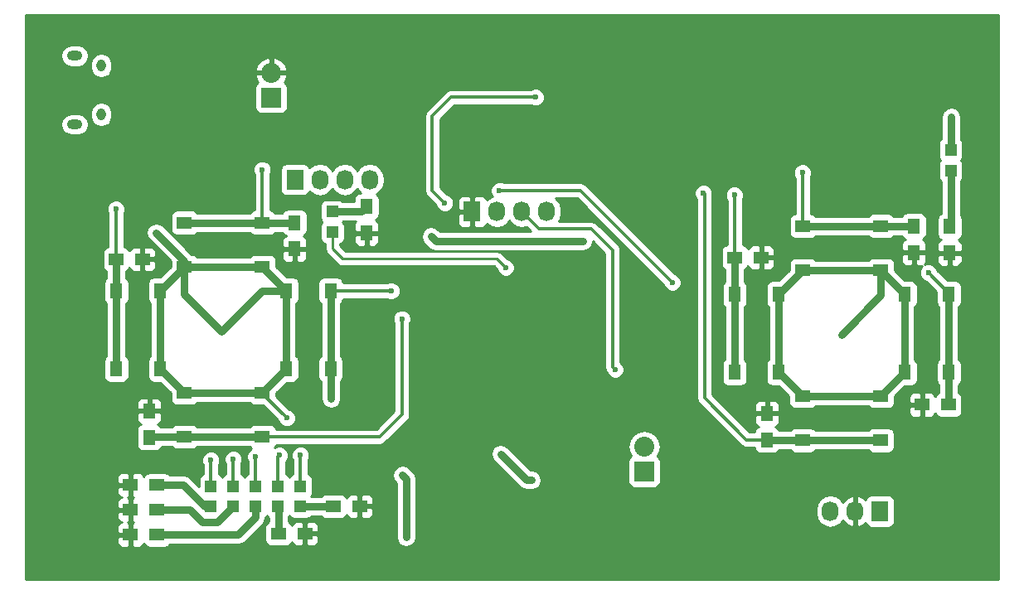
<source format=gbr>
G04 #@! TF.FileFunction,Copper,L1,Top,Signal*
%FSLAX46Y46*%
G04 Gerber Fmt 4.6, Leading zero omitted, Abs format (unit mm)*
G04 Created by KiCad (PCBNEW 4.0.2+e4-6225~38~ubuntu15.10.1-stable) date Sun 11 Sep 2016 22:59:17 SAST*
%MOMM*%
G01*
G04 APERTURE LIST*
%ADD10C,0.100000*%
%ADD11R,1.550000X1.300000*%
%ADD12R,1.300000X1.550000*%
%ADD13R,1.727200X2.032000*%
%ADD14O,1.727200X2.032000*%
%ADD15R,1.198880X1.198880*%
%ADD16O,0.950000X1.250000*%
%ADD17O,1.550000X1.000000*%
%ADD18R,2.032000X2.032000*%
%ADD19O,2.032000X2.032000*%
%ADD20R,1.300000X1.500000*%
%ADD21R,1.500000X1.300000*%
%ADD22C,0.600000*%
%ADD23C,0.350000*%
%ADD24C,0.750000*%
%ADD25C,0.250000*%
%ADD26C,0.254000*%
G04 APERTURE END LIST*
D10*
D11*
X127254100Y-95832100D03*
X135204100Y-95832100D03*
X127254100Y-100332100D03*
X135204100Y-100332100D03*
D12*
X120279600Y-110756600D03*
X120279600Y-102806600D03*
X124779600Y-110756600D03*
X124779600Y-102806600D03*
D11*
X135191400Y-117718400D03*
X127241400Y-117718400D03*
X135191400Y-113218400D03*
X127241400Y-113218400D03*
D12*
X142153200Y-102806600D03*
X142153200Y-110756600D03*
X137653200Y-102806600D03*
X137653200Y-110756600D03*
D11*
X64097000Y-112862800D03*
X72047000Y-112862800D03*
X64097000Y-117362800D03*
X72047000Y-117362800D03*
D12*
X74508800Y-110401000D03*
X74508800Y-102451000D03*
X79008800Y-110401000D03*
X79008800Y-102451000D03*
D11*
X72047000Y-99989200D03*
X64097000Y-99989200D03*
X72047000Y-95489200D03*
X64097000Y-95489200D03*
D12*
X61635200Y-102451000D03*
X61635200Y-110401000D03*
X57135200Y-102451000D03*
X57135200Y-110401000D03*
D13*
X75387200Y-91084400D03*
D14*
X77927200Y-91084400D03*
X80467200Y-91084400D03*
X83007200Y-91084400D03*
D15*
X79197200Y-96451420D03*
X79197200Y-94353380D03*
X73660000Y-124493020D03*
X73660000Y-122394980D03*
X71374000Y-124493020D03*
X71374000Y-122394980D03*
X69088000Y-124493020D03*
X69088000Y-122394980D03*
X66802000Y-124493020D03*
X66802000Y-122394980D03*
X75946000Y-124493020D03*
X75946000Y-122394980D03*
D16*
X55613740Y-84441300D03*
X55613740Y-79441300D03*
D17*
X52913740Y-85441300D03*
X52913740Y-78441300D03*
D13*
X93472000Y-94361000D03*
D14*
X96012000Y-94361000D03*
X98552000Y-94361000D03*
X101092000Y-94361000D03*
D15*
X142341600Y-90152220D03*
X142341600Y-88054180D03*
D18*
X72948800Y-82702400D03*
D19*
X72948800Y-80162400D03*
D18*
X111048800Y-120904000D03*
D19*
X111048800Y-118364000D03*
D20*
X142240000Y-98581200D03*
X142240000Y-95881200D03*
X82702400Y-96549200D03*
X82702400Y-93849200D03*
D21*
X79295000Y-124460000D03*
X81995000Y-124460000D03*
X61294000Y-122301000D03*
X58594000Y-122301000D03*
X61294000Y-124841000D03*
X58594000Y-124841000D03*
X61294000Y-127381000D03*
X58594000Y-127381000D03*
X73707000Y-127254000D03*
X76407000Y-127254000D03*
D20*
X138582400Y-95830400D03*
X138582400Y-98530400D03*
D21*
X120290600Y-99034600D03*
X122990600Y-99034600D03*
D20*
X123596400Y-117682000D03*
X123596400Y-114982000D03*
D21*
X142116800Y-114096800D03*
X139416800Y-114096800D03*
D20*
X60502800Y-114728000D03*
X60502800Y-117428000D03*
X75336400Y-98174800D03*
X75336400Y-95474800D03*
D21*
X59820800Y-99212400D03*
X57120800Y-99212400D03*
D13*
X135128000Y-124968000D03*
D14*
X132588000Y-124968000D03*
X130048000Y-124968000D03*
D22*
X74549000Y-115443000D03*
X61214000Y-96520000D03*
X96393000Y-119126000D03*
X86741000Y-127635000D03*
X86360000Y-121285000D03*
X89281000Y-96901000D03*
X104775000Y-97409000D03*
X98171000Y-97409000D03*
X67868800Y-106578400D03*
X142392400Y-84683600D03*
X131165600Y-106934000D03*
X66802000Y-119761000D03*
X75946000Y-119253000D03*
X69088000Y-119634000D03*
X71374000Y-119380000D03*
X73787000Y-119253000D03*
X99949000Y-82677000D03*
X90678000Y-93472000D03*
X56515000Y-124968000D03*
X66294000Y-89154000D03*
X81991200Y-109728000D03*
X91338400Y-84836000D03*
X110286800Y-102057200D03*
X137820400Y-88798400D03*
X96901000Y-100076000D03*
X127203200Y-90373200D03*
X120243600Y-92659200D03*
X117094000Y-92456000D03*
X140055600Y-100584000D03*
X86309200Y-105308400D03*
X85242400Y-102463600D03*
X72034400Y-90068400D03*
X57099200Y-94081600D03*
X96266000Y-92202000D03*
X113919000Y-101600000D03*
X108077000Y-110490000D03*
D23*
X74549000Y-115443000D02*
X72047000Y-112941000D01*
X72047000Y-112941000D02*
X72047000Y-112862800D01*
D24*
X74508800Y-102451000D02*
X71996200Y-102451000D01*
X71996200Y-102451000D02*
X67868800Y-106578400D01*
X74508800Y-110401000D02*
X74508800Y-102451000D01*
X74508800Y-110401000D02*
X72047000Y-112862800D01*
X64097000Y-99989200D02*
X64097000Y-99403000D01*
X64097000Y-99403000D02*
X61214000Y-96520000D01*
X99060000Y-121793000D02*
X99568000Y-121793000D01*
X96393000Y-119126000D02*
X99060000Y-121793000D01*
X86741000Y-121666000D02*
X86741000Y-127635000D01*
X86360000Y-121285000D02*
X86741000Y-121666000D01*
X89789000Y-97409000D02*
X98171000Y-97409000D01*
X89281000Y-96901000D02*
X89789000Y-97409000D01*
X98171000Y-97409000D02*
X104775000Y-97409000D01*
X64097000Y-102806600D02*
X67868800Y-106578400D01*
X64097000Y-102806600D02*
X64097000Y-99989200D01*
X142341600Y-88054180D02*
X142341600Y-84734400D01*
X142341600Y-84734400D02*
X142392400Y-84683600D01*
X135204100Y-100332100D02*
X135204100Y-102895500D01*
X135204100Y-102895500D02*
X131165600Y-106934000D01*
X61635200Y-102451000D02*
X61635200Y-110401000D01*
X64097000Y-99989200D02*
X61635200Y-102451000D01*
X72047000Y-99989200D02*
X64097000Y-99989200D01*
X74508800Y-102451000D02*
X72047000Y-99989200D01*
X64097000Y-112862800D02*
X72047000Y-112862800D01*
X61635200Y-110401000D02*
X64097000Y-112862800D01*
X137653200Y-110756600D02*
X135191400Y-113218400D01*
X137653200Y-102806600D02*
X137653200Y-110756600D01*
X135204100Y-100332100D02*
X135204100Y-100357500D01*
X135204100Y-100357500D02*
X137653200Y-102806600D01*
X127241400Y-113218400D02*
X135191400Y-113218400D01*
X124779600Y-110756600D02*
X127241400Y-113218400D01*
X127254100Y-100332100D02*
X135204100Y-100332100D01*
X124779600Y-102806600D02*
X127254100Y-100332100D01*
X124779600Y-110756600D02*
X124779600Y-102806600D01*
D23*
X66802000Y-119761000D02*
X66802000Y-122394980D01*
X75946000Y-119253000D02*
X75946000Y-122394980D01*
X69088000Y-119634000D02*
X69088000Y-122394980D01*
X71374000Y-119380000D02*
X71374000Y-122394980D01*
X73660000Y-119380000D02*
X73660000Y-122394980D01*
X73787000Y-119253000D02*
X73660000Y-119380000D01*
X91313000Y-82677000D02*
X99949000Y-82677000D01*
X89408000Y-84582000D02*
X91313000Y-82677000D01*
X89408000Y-92202000D02*
X89408000Y-84582000D01*
X90678000Y-93472000D02*
X89408000Y-92202000D01*
X91338400Y-84836000D02*
X91338400Y-84886800D01*
D25*
X79197200Y-98120200D02*
X79197200Y-96451420D01*
X80264000Y-99187000D02*
X79197200Y-98120200D01*
X96012000Y-99187000D02*
X80264000Y-99187000D01*
X96901000Y-100076000D02*
X96012000Y-99187000D01*
D24*
X61294000Y-127381000D02*
X69596000Y-127381000D01*
X71374000Y-125603000D02*
X71374000Y-124493020D01*
X69596000Y-127381000D02*
X71374000Y-125603000D01*
X61294000Y-124841000D02*
X64643000Y-124841000D01*
X67470020Y-126111000D02*
X69088000Y-124493020D01*
X65913000Y-126111000D02*
X67470020Y-126111000D01*
X64643000Y-124841000D02*
X65913000Y-126111000D01*
X61294000Y-122301000D02*
X64008000Y-122301000D01*
X66200020Y-124493020D02*
X66802000Y-124493020D01*
X64008000Y-122301000D02*
X66200020Y-124493020D01*
X66768980Y-124460000D02*
X66802000Y-124493020D01*
X142341600Y-90152220D02*
X142341600Y-95779600D01*
X142341600Y-95779600D02*
X142240000Y-95881200D01*
X75946000Y-124493020D02*
X79261980Y-124493020D01*
X79261980Y-124493020D02*
X79295000Y-124460000D01*
X73707000Y-127254000D02*
X73707000Y-124540020D01*
X73707000Y-124540020D02*
X73660000Y-124493020D01*
X79197200Y-94353380D02*
X82198220Y-94353380D01*
X82198220Y-94353380D02*
X82702400Y-93849200D01*
D23*
X127254100Y-90424100D02*
X127254100Y-95832100D01*
X127203200Y-90373200D02*
X127254100Y-90424100D01*
D24*
X135204100Y-95832100D02*
X127254100Y-95832100D01*
X138582400Y-95830400D02*
X135205800Y-95830400D01*
X135205800Y-95830400D02*
X135204100Y-95832100D01*
X138393600Y-95641600D02*
X138531600Y-95779600D01*
D23*
X120290600Y-92706200D02*
X120290600Y-99034600D01*
X120243600Y-92659200D02*
X120290600Y-92706200D01*
D24*
X120279600Y-102806600D02*
X120279600Y-110756600D01*
X120290600Y-99034600D02*
X120290600Y-102795600D01*
X120290600Y-102795600D02*
X120279600Y-102806600D01*
D23*
X121492000Y-117682000D02*
X123596400Y-117682000D01*
X117221000Y-113411000D02*
X121492000Y-117682000D01*
X117221000Y-92583000D02*
X117221000Y-113411000D01*
X117094000Y-92456000D02*
X117221000Y-92583000D01*
D24*
X127241400Y-117718400D02*
X135191400Y-117718400D01*
X123596400Y-117682000D02*
X127205000Y-117682000D01*
X127205000Y-117682000D02*
X127241400Y-117718400D01*
D23*
X140055600Y-100584000D02*
X142153200Y-102681600D01*
X142153200Y-102681600D02*
X142153200Y-102806600D01*
D24*
X142153200Y-110756600D02*
X142153200Y-102806600D01*
X142116800Y-114096800D02*
X142116800Y-110793000D01*
X142116800Y-110793000D02*
X142153200Y-110756600D01*
D23*
X72047000Y-117362800D02*
X84008400Y-117362800D01*
X86309200Y-115062000D02*
X86309200Y-105308400D01*
X84008400Y-117362800D02*
X86309200Y-115062000D01*
D24*
X64097000Y-117362800D02*
X60568000Y-117362800D01*
X60568000Y-117362800D02*
X60502800Y-117428000D01*
X72047000Y-117362800D02*
X64097000Y-117362800D01*
D23*
X85229800Y-102451000D02*
X79008800Y-102451000D01*
X85242400Y-102463600D02*
X85229800Y-102451000D01*
D24*
X79008800Y-102451000D02*
X79008800Y-110401000D01*
X79008800Y-110401000D02*
X79008800Y-113422000D01*
X79008800Y-113422000D02*
X79074000Y-113487200D01*
D23*
X72047000Y-90081000D02*
X72047000Y-95489200D01*
X72034400Y-90068400D02*
X72047000Y-90081000D01*
D24*
X72047000Y-95489200D02*
X64097000Y-95489200D01*
X72047000Y-95489200D02*
X75322000Y-95489200D01*
X75322000Y-95489200D02*
X75336400Y-95474800D01*
D23*
X57120800Y-94103200D02*
X57120800Y-99212400D01*
X57099200Y-94081600D02*
X57120800Y-94103200D01*
D24*
X57135200Y-102451000D02*
X57135200Y-110401000D01*
X57135200Y-102451000D02*
X57135200Y-99226800D01*
X57135200Y-99226800D02*
X57120800Y-99212400D01*
D23*
X104521000Y-92202000D02*
X96266000Y-92202000D01*
X113919000Y-101600000D02*
X104521000Y-92202000D01*
X100330000Y-96139000D02*
X98552000Y-94361000D01*
X105664000Y-96139000D02*
X100330000Y-96139000D01*
X107823000Y-98298000D02*
X105664000Y-96139000D01*
X107823000Y-110236000D02*
X107823000Y-98298000D01*
X108077000Y-110490000D02*
X107823000Y-110236000D01*
D26*
G36*
X147193000Y-131953000D02*
X47879000Y-131953000D01*
X47879000Y-127666750D01*
X57209000Y-127666750D01*
X57209000Y-128157310D01*
X57305673Y-128390699D01*
X57484302Y-128569327D01*
X57717691Y-128666000D01*
X58308250Y-128666000D01*
X58467000Y-128507250D01*
X58467000Y-127508000D01*
X57367750Y-127508000D01*
X57209000Y-127666750D01*
X47879000Y-127666750D01*
X47879000Y-125126750D01*
X57209000Y-125126750D01*
X57209000Y-125617310D01*
X57305673Y-125850699D01*
X57484302Y-126029327D01*
X57681478Y-126111000D01*
X57484302Y-126192673D01*
X57305673Y-126371301D01*
X57209000Y-126604690D01*
X57209000Y-127095250D01*
X57367750Y-127254000D01*
X58467000Y-127254000D01*
X58467000Y-126254750D01*
X58323250Y-126111000D01*
X58467000Y-125967250D01*
X58467000Y-124968000D01*
X57367750Y-124968000D01*
X57209000Y-125126750D01*
X47879000Y-125126750D01*
X47879000Y-122586750D01*
X57209000Y-122586750D01*
X57209000Y-123077310D01*
X57305673Y-123310699D01*
X57484302Y-123489327D01*
X57681478Y-123571000D01*
X57484302Y-123652673D01*
X57305673Y-123831301D01*
X57209000Y-124064690D01*
X57209000Y-124555250D01*
X57367750Y-124714000D01*
X58467000Y-124714000D01*
X58467000Y-123714750D01*
X58323250Y-123571000D01*
X58467000Y-123427250D01*
X58467000Y-122428000D01*
X57367750Y-122428000D01*
X57209000Y-122586750D01*
X47879000Y-122586750D01*
X47879000Y-121524690D01*
X57209000Y-121524690D01*
X57209000Y-122015250D01*
X57367750Y-122174000D01*
X58467000Y-122174000D01*
X58467000Y-121174750D01*
X58721000Y-121174750D01*
X58721000Y-122174000D01*
X58741000Y-122174000D01*
X58741000Y-122428000D01*
X58721000Y-122428000D01*
X58721000Y-123427250D01*
X58864750Y-123571000D01*
X58721000Y-123714750D01*
X58721000Y-124714000D01*
X58741000Y-124714000D01*
X58741000Y-124968000D01*
X58721000Y-124968000D01*
X58721000Y-125967250D01*
X58864750Y-126111000D01*
X58721000Y-126254750D01*
X58721000Y-127254000D01*
X58741000Y-127254000D01*
X58741000Y-127508000D01*
X58721000Y-127508000D01*
X58721000Y-128507250D01*
X58879750Y-128666000D01*
X59470309Y-128666000D01*
X59703698Y-128569327D01*
X59882327Y-128390699D01*
X59938654Y-128254713D01*
X59940838Y-128266317D01*
X60079910Y-128482441D01*
X60292110Y-128627431D01*
X60544000Y-128678440D01*
X62044000Y-128678440D01*
X62279317Y-128634162D01*
X62495441Y-128495090D01*
X62566563Y-128391000D01*
X69596000Y-128391000D01*
X69982510Y-128314118D01*
X70310178Y-128095178D01*
X72088178Y-126317178D01*
X72307118Y-125989510D01*
X72384000Y-125603000D01*
X72384000Y-125582856D01*
X72424881Y-125556550D01*
X72517440Y-125421085D01*
X72596470Y-125543901D01*
X72697000Y-125612590D01*
X72697000Y-126016721D01*
X72505559Y-126139910D01*
X72360569Y-126352110D01*
X72309560Y-126604000D01*
X72309560Y-127904000D01*
X72353838Y-128139317D01*
X72492910Y-128355441D01*
X72705110Y-128500431D01*
X72957000Y-128551440D01*
X74457000Y-128551440D01*
X74692317Y-128507162D01*
X74908441Y-128368090D01*
X75053431Y-128155890D01*
X75060191Y-128122510D01*
X75118673Y-128263699D01*
X75297302Y-128442327D01*
X75530691Y-128539000D01*
X76121250Y-128539000D01*
X76280000Y-128380250D01*
X76280000Y-127381000D01*
X76534000Y-127381000D01*
X76534000Y-128380250D01*
X76692750Y-128539000D01*
X77283309Y-128539000D01*
X77516698Y-128442327D01*
X77695327Y-128263699D01*
X77792000Y-128030310D01*
X77792000Y-127539750D01*
X77633250Y-127381000D01*
X76534000Y-127381000D01*
X76280000Y-127381000D01*
X76260000Y-127381000D01*
X76260000Y-127127000D01*
X76280000Y-127127000D01*
X76280000Y-126127750D01*
X76534000Y-126127750D01*
X76534000Y-127127000D01*
X77633250Y-127127000D01*
X77792000Y-126968250D01*
X77792000Y-126477690D01*
X77695327Y-126244301D01*
X77516698Y-126065673D01*
X77283309Y-125969000D01*
X76692750Y-125969000D01*
X76534000Y-126127750D01*
X76280000Y-126127750D01*
X76121250Y-125969000D01*
X75530691Y-125969000D01*
X75297302Y-126065673D01*
X75118673Y-126244301D01*
X75062346Y-126380287D01*
X75060162Y-126368683D01*
X74921090Y-126152559D01*
X74717000Y-126013110D01*
X74717000Y-125547595D01*
X74803440Y-125421085D01*
X74882470Y-125543901D01*
X75094670Y-125688891D01*
X75346560Y-125739900D01*
X76545440Y-125739900D01*
X76780757Y-125695622D01*
X76996881Y-125556550D01*
X77033456Y-125503020D01*
X78043317Y-125503020D01*
X78080910Y-125561441D01*
X78293110Y-125706431D01*
X78545000Y-125757440D01*
X80045000Y-125757440D01*
X80280317Y-125713162D01*
X80496441Y-125574090D01*
X80641431Y-125361890D01*
X80648191Y-125328510D01*
X80706673Y-125469699D01*
X80885302Y-125648327D01*
X81118691Y-125745000D01*
X81709250Y-125745000D01*
X81868000Y-125586250D01*
X81868000Y-124587000D01*
X82122000Y-124587000D01*
X82122000Y-125586250D01*
X82280750Y-125745000D01*
X82871309Y-125745000D01*
X83104698Y-125648327D01*
X83283327Y-125469699D01*
X83380000Y-125236310D01*
X83380000Y-124745750D01*
X83221250Y-124587000D01*
X82122000Y-124587000D01*
X81868000Y-124587000D01*
X81848000Y-124587000D01*
X81848000Y-124333000D01*
X81868000Y-124333000D01*
X81868000Y-123333750D01*
X82122000Y-123333750D01*
X82122000Y-124333000D01*
X83221250Y-124333000D01*
X83380000Y-124174250D01*
X83380000Y-123683690D01*
X83283327Y-123450301D01*
X83104698Y-123271673D01*
X82871309Y-123175000D01*
X82280750Y-123175000D01*
X82122000Y-123333750D01*
X81868000Y-123333750D01*
X81709250Y-123175000D01*
X81118691Y-123175000D01*
X80885302Y-123271673D01*
X80706673Y-123450301D01*
X80650346Y-123586287D01*
X80648162Y-123574683D01*
X80509090Y-123358559D01*
X80296890Y-123213569D01*
X80045000Y-123162560D01*
X78545000Y-123162560D01*
X78309683Y-123206838D01*
X78093559Y-123345910D01*
X77999876Y-123483020D01*
X77035836Y-123483020D01*
X77009530Y-123442139D01*
X77008533Y-123441457D01*
X77141871Y-123246310D01*
X77192880Y-122994420D01*
X77192880Y-121795540D01*
X77148602Y-121560223D01*
X77009530Y-121344099D01*
X76923036Y-121285000D01*
X85350000Y-121285000D01*
X85426882Y-121671510D01*
X85645822Y-121999178D01*
X85731000Y-122084356D01*
X85731000Y-127635000D01*
X85807882Y-128021510D01*
X86026822Y-128349178D01*
X86354490Y-128568118D01*
X86741000Y-128645000D01*
X87127510Y-128568118D01*
X87455178Y-128349178D01*
X87674118Y-128021510D01*
X87751000Y-127635000D01*
X87751000Y-124783255D01*
X128549400Y-124783255D01*
X128549400Y-125152745D01*
X128663474Y-125726234D01*
X128988330Y-126212415D01*
X129474511Y-126537271D01*
X130048000Y-126651345D01*
X130621489Y-126537271D01*
X131107670Y-126212415D01*
X131314461Y-125902931D01*
X131685964Y-126318732D01*
X132213209Y-126572709D01*
X132228974Y-126575358D01*
X132461000Y-126454217D01*
X132461000Y-125095000D01*
X132441000Y-125095000D01*
X132441000Y-124841000D01*
X132461000Y-124841000D01*
X132461000Y-123481783D01*
X132715000Y-123481783D01*
X132715000Y-124841000D01*
X132735000Y-124841000D01*
X132735000Y-125095000D01*
X132715000Y-125095000D01*
X132715000Y-126454217D01*
X132947026Y-126575358D01*
X132962791Y-126572709D01*
X133490036Y-126318732D01*
X133646907Y-126143155D01*
X133661238Y-126219317D01*
X133800310Y-126435441D01*
X134012510Y-126580431D01*
X134264400Y-126631440D01*
X135991600Y-126631440D01*
X136226917Y-126587162D01*
X136443041Y-126448090D01*
X136588031Y-126235890D01*
X136639040Y-125984000D01*
X136639040Y-123952000D01*
X136594762Y-123716683D01*
X136455690Y-123500559D01*
X136243490Y-123355569D01*
X135991600Y-123304560D01*
X134264400Y-123304560D01*
X134029083Y-123348838D01*
X133812959Y-123487910D01*
X133667969Y-123700110D01*
X133648768Y-123794927D01*
X133490036Y-123617268D01*
X132962791Y-123363291D01*
X132947026Y-123360642D01*
X132715000Y-123481783D01*
X132461000Y-123481783D01*
X132228974Y-123360642D01*
X132213209Y-123363291D01*
X131685964Y-123617268D01*
X131314461Y-124033069D01*
X131107670Y-123723585D01*
X130621489Y-123398729D01*
X130048000Y-123284655D01*
X129474511Y-123398729D01*
X128988330Y-123723585D01*
X128663474Y-124209766D01*
X128549400Y-124783255D01*
X87751000Y-124783255D01*
X87751000Y-121666000D01*
X87674118Y-121279490D01*
X87455178Y-120951822D01*
X87074178Y-120570822D01*
X86746510Y-120351882D01*
X86360000Y-120275000D01*
X85973490Y-120351882D01*
X85645822Y-120570822D01*
X85426882Y-120898490D01*
X85350000Y-121285000D01*
X76923036Y-121285000D01*
X76797330Y-121199109D01*
X76756000Y-121190739D01*
X76756000Y-119740441D01*
X76880838Y-119439799D01*
X76881111Y-119126000D01*
X95383000Y-119126000D01*
X95459882Y-119512510D01*
X95678822Y-119840178D01*
X98345822Y-122507178D01*
X98673490Y-122726118D01*
X99060000Y-122803001D01*
X99060005Y-122803000D01*
X99568000Y-122803000D01*
X99954510Y-122726118D01*
X100282178Y-122507178D01*
X100501118Y-122179510D01*
X100578000Y-121793000D01*
X100501118Y-121406490D01*
X100282178Y-121078822D01*
X99954510Y-120859882D01*
X99568000Y-120783000D01*
X99478356Y-120783000D01*
X97107178Y-118411822D01*
X97035608Y-118364000D01*
X109365455Y-118364000D01*
X109491130Y-118995810D01*
X109718299Y-119335792D01*
X109581359Y-119423910D01*
X109436369Y-119636110D01*
X109385360Y-119888000D01*
X109385360Y-121920000D01*
X109429638Y-122155317D01*
X109568710Y-122371441D01*
X109780910Y-122516431D01*
X110032800Y-122567440D01*
X112064800Y-122567440D01*
X112300117Y-122523162D01*
X112516241Y-122384090D01*
X112661231Y-122171890D01*
X112712240Y-121920000D01*
X112712240Y-119888000D01*
X112667962Y-119652683D01*
X112528890Y-119436559D01*
X112379963Y-119334802D01*
X112606470Y-118995810D01*
X112732145Y-118364000D01*
X112606470Y-117732190D01*
X112248578Y-117196567D01*
X111712955Y-116838675D01*
X111081145Y-116713000D01*
X111016455Y-116713000D01*
X110384645Y-116838675D01*
X109849022Y-117196567D01*
X109491130Y-117732190D01*
X109365455Y-118364000D01*
X97035608Y-118364000D01*
X96779510Y-118192882D01*
X96393000Y-118116000D01*
X96006490Y-118192882D01*
X95678822Y-118411822D01*
X95459882Y-118739490D01*
X95383000Y-119126000D01*
X76881111Y-119126000D01*
X76881162Y-119067833D01*
X76739117Y-118724057D01*
X76476327Y-118460808D01*
X76132799Y-118318162D01*
X75760833Y-118317838D01*
X75417057Y-118459883D01*
X75153808Y-118722673D01*
X75011162Y-119066201D01*
X75010838Y-119438167D01*
X75136000Y-119741083D01*
X75136000Y-121187720D01*
X75111243Y-121192378D01*
X74895119Y-121331450D01*
X74802560Y-121466915D01*
X74723530Y-121344099D01*
X74511330Y-121199109D01*
X74470000Y-121190739D01*
X74470000Y-119892329D01*
X74579192Y-119783327D01*
X74721838Y-119439799D01*
X74722162Y-119067833D01*
X74580117Y-118724057D01*
X74317327Y-118460808D01*
X73973799Y-118318162D01*
X73601833Y-118317838D01*
X73295684Y-118444336D01*
X73418431Y-118264690D01*
X73437039Y-118172800D01*
X84008400Y-118172800D01*
X84318374Y-118111142D01*
X84581156Y-117935556D01*
X86881957Y-115634756D01*
X87057543Y-115371973D01*
X87119200Y-115062000D01*
X87119200Y-105795841D01*
X87244038Y-105495199D01*
X87244362Y-105123233D01*
X87102317Y-104779457D01*
X86839527Y-104516208D01*
X86495999Y-104373562D01*
X86124033Y-104373238D01*
X85780257Y-104515283D01*
X85517008Y-104778073D01*
X85374362Y-105121601D01*
X85374038Y-105493567D01*
X85499200Y-105796483D01*
X85499200Y-114726487D01*
X83672888Y-116552800D01*
X73439334Y-116552800D01*
X73425162Y-116477483D01*
X73286090Y-116261359D01*
X73073890Y-116116369D01*
X72822000Y-116065360D01*
X71272000Y-116065360D01*
X71036683Y-116109638D01*
X70820559Y-116248710D01*
X70749437Y-116352800D01*
X65394931Y-116352800D01*
X65336090Y-116261359D01*
X65123890Y-116116369D01*
X64872000Y-116065360D01*
X63322000Y-116065360D01*
X63086683Y-116109638D01*
X62870559Y-116248710D01*
X62799437Y-116352800D01*
X61698124Y-116352800D01*
X61616890Y-116226559D01*
X61404690Y-116081569D01*
X61371310Y-116074809D01*
X61512499Y-116016327D01*
X61691127Y-115837698D01*
X61787800Y-115604309D01*
X61787800Y-115013750D01*
X61629050Y-114855000D01*
X60629800Y-114855000D01*
X60629800Y-114875000D01*
X60375800Y-114875000D01*
X60375800Y-114855000D01*
X59376550Y-114855000D01*
X59217800Y-115013750D01*
X59217800Y-115604309D01*
X59314473Y-115837698D01*
X59493101Y-116016327D01*
X59629087Y-116072654D01*
X59617483Y-116074838D01*
X59401359Y-116213910D01*
X59256369Y-116426110D01*
X59205360Y-116678000D01*
X59205360Y-118178000D01*
X59249638Y-118413317D01*
X59388710Y-118629441D01*
X59600910Y-118774431D01*
X59852800Y-118825440D01*
X61152800Y-118825440D01*
X61388117Y-118781162D01*
X61604241Y-118642090D01*
X61749231Y-118429890D01*
X61760792Y-118372800D01*
X62799069Y-118372800D01*
X62857910Y-118464241D01*
X63070110Y-118609231D01*
X63322000Y-118660240D01*
X64872000Y-118660240D01*
X65107317Y-118615962D01*
X65323441Y-118476890D01*
X65394563Y-118372800D01*
X70749069Y-118372800D01*
X70807910Y-118464241D01*
X70933761Y-118550231D01*
X70845057Y-118586883D01*
X70581808Y-118849673D01*
X70439162Y-119193201D01*
X70438838Y-119565167D01*
X70564000Y-119868083D01*
X70564000Y-121187720D01*
X70539243Y-121192378D01*
X70323119Y-121331450D01*
X70230560Y-121466915D01*
X70151530Y-121344099D01*
X69939330Y-121199109D01*
X69898000Y-121190739D01*
X69898000Y-120121441D01*
X70022838Y-119820799D01*
X70023162Y-119448833D01*
X69881117Y-119105057D01*
X69618327Y-118841808D01*
X69274799Y-118699162D01*
X68902833Y-118698838D01*
X68559057Y-118840883D01*
X68295808Y-119103673D01*
X68153162Y-119447201D01*
X68152838Y-119819167D01*
X68278000Y-120122083D01*
X68278000Y-121187720D01*
X68253243Y-121192378D01*
X68037119Y-121331450D01*
X67944560Y-121466915D01*
X67865530Y-121344099D01*
X67653330Y-121199109D01*
X67612000Y-121190739D01*
X67612000Y-120248441D01*
X67736838Y-119947799D01*
X67737162Y-119575833D01*
X67595117Y-119232057D01*
X67332327Y-118968808D01*
X66988799Y-118826162D01*
X66616833Y-118825838D01*
X66273057Y-118967883D01*
X66009808Y-119230673D01*
X65867162Y-119574201D01*
X65866838Y-119946167D01*
X65992000Y-120249083D01*
X65992000Y-121187720D01*
X65967243Y-121192378D01*
X65751119Y-121331450D01*
X65606129Y-121543650D01*
X65555120Y-121795540D01*
X65555120Y-122419764D01*
X64722178Y-121586822D01*
X64394510Y-121367882D01*
X64008000Y-121291000D01*
X62566931Y-121291000D01*
X62508090Y-121199559D01*
X62295890Y-121054569D01*
X62044000Y-121003560D01*
X60544000Y-121003560D01*
X60308683Y-121047838D01*
X60092559Y-121186910D01*
X59947569Y-121399110D01*
X59940809Y-121432490D01*
X59882327Y-121291301D01*
X59703698Y-121112673D01*
X59470309Y-121016000D01*
X58879750Y-121016000D01*
X58721000Y-121174750D01*
X58467000Y-121174750D01*
X58308250Y-121016000D01*
X57717691Y-121016000D01*
X57484302Y-121112673D01*
X57305673Y-121291301D01*
X57209000Y-121524690D01*
X47879000Y-121524690D01*
X47879000Y-113851691D01*
X59217800Y-113851691D01*
X59217800Y-114442250D01*
X59376550Y-114601000D01*
X60375800Y-114601000D01*
X60375800Y-113501750D01*
X60629800Y-113501750D01*
X60629800Y-114601000D01*
X61629050Y-114601000D01*
X61787800Y-114442250D01*
X61787800Y-113851691D01*
X61691127Y-113618302D01*
X61512499Y-113439673D01*
X61279110Y-113343000D01*
X60788550Y-113343000D01*
X60629800Y-113501750D01*
X60375800Y-113501750D01*
X60217050Y-113343000D01*
X59726490Y-113343000D01*
X59493101Y-113439673D01*
X59314473Y-113618302D01*
X59217800Y-113851691D01*
X47879000Y-113851691D01*
X47879000Y-98562400D01*
X55723360Y-98562400D01*
X55723360Y-99862400D01*
X55767638Y-100097717D01*
X55906710Y-100313841D01*
X56118910Y-100458831D01*
X56125200Y-100460105D01*
X56125200Y-101153069D01*
X56033759Y-101211910D01*
X55888769Y-101424110D01*
X55837760Y-101676000D01*
X55837760Y-103226000D01*
X55882038Y-103461317D01*
X56021110Y-103677441D01*
X56125200Y-103748563D01*
X56125200Y-109103069D01*
X56033759Y-109161910D01*
X55888769Y-109374110D01*
X55837760Y-109626000D01*
X55837760Y-111176000D01*
X55882038Y-111411317D01*
X56021110Y-111627441D01*
X56233310Y-111772431D01*
X56485200Y-111823440D01*
X57785200Y-111823440D01*
X58020517Y-111779162D01*
X58236641Y-111640090D01*
X58381631Y-111427890D01*
X58432640Y-111176000D01*
X58432640Y-109626000D01*
X58388362Y-109390683D01*
X58249290Y-109174559D01*
X58145200Y-109103437D01*
X58145200Y-103748931D01*
X58236641Y-103690090D01*
X58381631Y-103477890D01*
X58432640Y-103226000D01*
X58432640Y-101676000D01*
X58388362Y-101440683D01*
X58249290Y-101224559D01*
X58145200Y-101153437D01*
X58145200Y-100440413D01*
X58322241Y-100326490D01*
X58467231Y-100114290D01*
X58473991Y-100080910D01*
X58532473Y-100222099D01*
X58711102Y-100400727D01*
X58944491Y-100497400D01*
X59535050Y-100497400D01*
X59693800Y-100338650D01*
X59693800Y-99339400D01*
X59947800Y-99339400D01*
X59947800Y-100338650D01*
X60106550Y-100497400D01*
X60697109Y-100497400D01*
X60930498Y-100400727D01*
X61109127Y-100222099D01*
X61205800Y-99988710D01*
X61205800Y-99498150D01*
X61047050Y-99339400D01*
X59947800Y-99339400D01*
X59693800Y-99339400D01*
X59673800Y-99339400D01*
X59673800Y-99085400D01*
X59693800Y-99085400D01*
X59693800Y-98086150D01*
X59947800Y-98086150D01*
X59947800Y-99085400D01*
X61047050Y-99085400D01*
X61205800Y-98926650D01*
X61205800Y-98436090D01*
X61109127Y-98202701D01*
X60930498Y-98024073D01*
X60697109Y-97927400D01*
X60106550Y-97927400D01*
X59947800Y-98086150D01*
X59693800Y-98086150D01*
X59535050Y-97927400D01*
X58944491Y-97927400D01*
X58711102Y-98024073D01*
X58532473Y-98202701D01*
X58476146Y-98338687D01*
X58473962Y-98327083D01*
X58334890Y-98110959D01*
X58122690Y-97965969D01*
X57930800Y-97927110D01*
X57930800Y-96520000D01*
X60204000Y-96520000D01*
X60280882Y-96906510D01*
X60499822Y-97234178D01*
X62674560Y-99408916D01*
X62674560Y-99983284D01*
X61629284Y-101028560D01*
X60985200Y-101028560D01*
X60749883Y-101072838D01*
X60533759Y-101211910D01*
X60388769Y-101424110D01*
X60337760Y-101676000D01*
X60337760Y-103226000D01*
X60382038Y-103461317D01*
X60521110Y-103677441D01*
X60625200Y-103748563D01*
X60625200Y-109103069D01*
X60533759Y-109161910D01*
X60388769Y-109374110D01*
X60337760Y-109626000D01*
X60337760Y-111176000D01*
X60382038Y-111411317D01*
X60521110Y-111627441D01*
X60733310Y-111772431D01*
X60985200Y-111823440D01*
X61629284Y-111823440D01*
X62674560Y-112868716D01*
X62674560Y-113512800D01*
X62718838Y-113748117D01*
X62857910Y-113964241D01*
X63070110Y-114109231D01*
X63322000Y-114160240D01*
X64872000Y-114160240D01*
X65107317Y-114115962D01*
X65323441Y-113976890D01*
X65394563Y-113872800D01*
X70749069Y-113872800D01*
X70807910Y-113964241D01*
X71020110Y-114109231D01*
X71272000Y-114160240D01*
X72120728Y-114160240D01*
X73631571Y-115671084D01*
X73755883Y-115971943D01*
X74018673Y-116235192D01*
X74362201Y-116377838D01*
X74734167Y-116378162D01*
X75077943Y-116236117D01*
X75341192Y-115973327D01*
X75483838Y-115629799D01*
X75484162Y-115257833D01*
X75342117Y-114914057D01*
X75079327Y-114650808D01*
X74776629Y-114525116D01*
X73469440Y-113217928D01*
X73469440Y-112868716D01*
X74514716Y-111823440D01*
X75158800Y-111823440D01*
X75394117Y-111779162D01*
X75610241Y-111640090D01*
X75755231Y-111427890D01*
X75806240Y-111176000D01*
X75806240Y-109626000D01*
X75761962Y-109390683D01*
X75622890Y-109174559D01*
X75518800Y-109103437D01*
X75518800Y-103748931D01*
X75610241Y-103690090D01*
X75755231Y-103477890D01*
X75806240Y-103226000D01*
X75806240Y-101676000D01*
X77711360Y-101676000D01*
X77711360Y-103226000D01*
X77755638Y-103461317D01*
X77894710Y-103677441D01*
X77998800Y-103748563D01*
X77998800Y-109103069D01*
X77907359Y-109161910D01*
X77762369Y-109374110D01*
X77711360Y-109626000D01*
X77711360Y-111176000D01*
X77755638Y-111411317D01*
X77894710Y-111627441D01*
X77998800Y-111698563D01*
X77998800Y-113422000D01*
X78075682Y-113808510D01*
X78294622Y-114136178D01*
X78359822Y-114201378D01*
X78687490Y-114420318D01*
X79074000Y-114497200D01*
X79460510Y-114420318D01*
X79788178Y-114201378D01*
X80007118Y-113873710D01*
X80084000Y-113487200D01*
X80018800Y-113159419D01*
X80018800Y-111698931D01*
X80110241Y-111640090D01*
X80255231Y-111427890D01*
X80306240Y-111176000D01*
X80306240Y-109626000D01*
X80261962Y-109390683D01*
X80122890Y-109174559D01*
X80018800Y-109103437D01*
X80018800Y-103748931D01*
X80110241Y-103690090D01*
X80255231Y-103477890D01*
X80299152Y-103261000D01*
X84724615Y-103261000D01*
X85055601Y-103398438D01*
X85427567Y-103398762D01*
X85771343Y-103256717D01*
X86034592Y-102993927D01*
X86177238Y-102650399D01*
X86177562Y-102278433D01*
X86035517Y-101934657D01*
X85772727Y-101671408D01*
X85429199Y-101528762D01*
X85057233Y-101528438D01*
X84784811Y-101641000D01*
X80299654Y-101641000D01*
X80261962Y-101440683D01*
X80122890Y-101224559D01*
X79910690Y-101079569D01*
X79658800Y-101028560D01*
X78358800Y-101028560D01*
X78123483Y-101072838D01*
X77907359Y-101211910D01*
X77762369Y-101424110D01*
X77711360Y-101676000D01*
X75806240Y-101676000D01*
X75761962Y-101440683D01*
X75622890Y-101224559D01*
X75410690Y-101079569D01*
X75158800Y-101028560D01*
X74514716Y-101028560D01*
X73469440Y-99983284D01*
X73469440Y-99339200D01*
X73425162Y-99103883D01*
X73286090Y-98887759D01*
X73073890Y-98742769D01*
X72822000Y-98691760D01*
X71272000Y-98691760D01*
X71036683Y-98736038D01*
X70820559Y-98875110D01*
X70749437Y-98979200D01*
X65394931Y-98979200D01*
X65336090Y-98887759D01*
X65123890Y-98742769D01*
X64872000Y-98691760D01*
X64813141Y-98691760D01*
X64811178Y-98688822D01*
X64582906Y-98460550D01*
X74051400Y-98460550D01*
X74051400Y-99051109D01*
X74148073Y-99284498D01*
X74326701Y-99463127D01*
X74560090Y-99559800D01*
X75050650Y-99559800D01*
X75209400Y-99401050D01*
X75209400Y-98301800D01*
X75463400Y-98301800D01*
X75463400Y-99401050D01*
X75622150Y-99559800D01*
X76112710Y-99559800D01*
X76346099Y-99463127D01*
X76524727Y-99284498D01*
X76621400Y-99051109D01*
X76621400Y-98460550D01*
X76462650Y-98301800D01*
X75463400Y-98301800D01*
X75209400Y-98301800D01*
X74210150Y-98301800D01*
X74051400Y-98460550D01*
X64582906Y-98460550D01*
X61928178Y-95805822D01*
X61600510Y-95586882D01*
X61214000Y-95510000D01*
X60827490Y-95586882D01*
X60499822Y-95805822D01*
X60280882Y-96133490D01*
X60204000Y-96520000D01*
X57930800Y-96520000D01*
X57930800Y-94839200D01*
X62674560Y-94839200D01*
X62674560Y-96139200D01*
X62718838Y-96374517D01*
X62857910Y-96590641D01*
X63070110Y-96735631D01*
X63322000Y-96786640D01*
X64872000Y-96786640D01*
X65107317Y-96742362D01*
X65323441Y-96603290D01*
X65394563Y-96499200D01*
X70749069Y-96499200D01*
X70807910Y-96590641D01*
X71020110Y-96735631D01*
X71272000Y-96786640D01*
X72822000Y-96786640D01*
X73057317Y-96742362D01*
X73273441Y-96603290D01*
X73344563Y-96499200D01*
X74108387Y-96499200D01*
X74222310Y-96676241D01*
X74434510Y-96821231D01*
X74467890Y-96827991D01*
X74326701Y-96886473D01*
X74148073Y-97065102D01*
X74051400Y-97298491D01*
X74051400Y-97889050D01*
X74210150Y-98047800D01*
X75209400Y-98047800D01*
X75209400Y-98027800D01*
X75463400Y-98027800D01*
X75463400Y-98047800D01*
X76462650Y-98047800D01*
X76621400Y-97889050D01*
X76621400Y-97298491D01*
X76524727Y-97065102D01*
X76346099Y-96886473D01*
X76210113Y-96830146D01*
X76221717Y-96827962D01*
X76437841Y-96688890D01*
X76582831Y-96476690D01*
X76633840Y-96224800D01*
X76633840Y-94724800D01*
X76589562Y-94489483D01*
X76450490Y-94273359D01*
X76238290Y-94128369D01*
X75986400Y-94077360D01*
X74686400Y-94077360D01*
X74451083Y-94121638D01*
X74234959Y-94260710D01*
X74089969Y-94472910D01*
X74088695Y-94479200D01*
X73344931Y-94479200D01*
X73286090Y-94387759D01*
X73073890Y-94242769D01*
X72857000Y-94198848D01*
X72857000Y-90525497D01*
X72969238Y-90255199D01*
X72969400Y-90068400D01*
X73876160Y-90068400D01*
X73876160Y-92100400D01*
X73920438Y-92335717D01*
X74059510Y-92551841D01*
X74271710Y-92696831D01*
X74523600Y-92747840D01*
X76250800Y-92747840D01*
X76486117Y-92703562D01*
X76702241Y-92564490D01*
X76847231Y-92352290D01*
X76855600Y-92310961D01*
X76867530Y-92328815D01*
X77353711Y-92653671D01*
X77927200Y-92767745D01*
X78500689Y-92653671D01*
X78986870Y-92328815D01*
X79197200Y-92014034D01*
X79407530Y-92328815D01*
X79893711Y-92653671D01*
X80467200Y-92767745D01*
X81040689Y-92653671D01*
X81526870Y-92328815D01*
X81737200Y-92014034D01*
X81947530Y-92328815D01*
X82131530Y-92451760D01*
X82052400Y-92451760D01*
X81817083Y-92496038D01*
X81600959Y-92635110D01*
X81455969Y-92847310D01*
X81404960Y-93099200D01*
X81404960Y-93343380D01*
X80287036Y-93343380D01*
X80260730Y-93302499D01*
X80048530Y-93157509D01*
X79796640Y-93106500D01*
X78597760Y-93106500D01*
X78362443Y-93150778D01*
X78146319Y-93289850D01*
X78001329Y-93502050D01*
X77950320Y-93753940D01*
X77950320Y-94952820D01*
X77994598Y-95188137D01*
X78133670Y-95404261D01*
X78134667Y-95404943D01*
X78001329Y-95600090D01*
X77950320Y-95851980D01*
X77950320Y-97050860D01*
X77994598Y-97286177D01*
X78133670Y-97502301D01*
X78345870Y-97647291D01*
X78437200Y-97665786D01*
X78437200Y-98120200D01*
X78495052Y-98411039D01*
X78659799Y-98657601D01*
X79726599Y-99724401D01*
X79973161Y-99889148D01*
X80264000Y-99947000D01*
X95697198Y-99947000D01*
X95965878Y-100215680D01*
X95965838Y-100261167D01*
X96107883Y-100604943D01*
X96370673Y-100868192D01*
X96714201Y-101010838D01*
X97086167Y-101011162D01*
X97429943Y-100869117D01*
X97693192Y-100606327D01*
X97835838Y-100262799D01*
X97836162Y-99890833D01*
X97694117Y-99547057D01*
X97431327Y-99283808D01*
X97087799Y-99141162D01*
X97040923Y-99141121D01*
X96549401Y-98649599D01*
X96302839Y-98484852D01*
X96012000Y-98427000D01*
X80578802Y-98427000D01*
X79957200Y-97805398D01*
X79957200Y-97668089D01*
X80031957Y-97654022D01*
X80248081Y-97514950D01*
X80393071Y-97302750D01*
X80444080Y-97050860D01*
X80444080Y-96834950D01*
X81417400Y-96834950D01*
X81417400Y-97425509D01*
X81514073Y-97658898D01*
X81692701Y-97837527D01*
X81926090Y-97934200D01*
X82416650Y-97934200D01*
X82575400Y-97775450D01*
X82575400Y-96676200D01*
X82829400Y-96676200D01*
X82829400Y-97775450D01*
X82988150Y-97934200D01*
X83478710Y-97934200D01*
X83712099Y-97837527D01*
X83890727Y-97658898D01*
X83987400Y-97425509D01*
X83987400Y-96901000D01*
X88271000Y-96901000D01*
X88347882Y-97287510D01*
X88566822Y-97615178D01*
X89074822Y-98123178D01*
X89402489Y-98342118D01*
X89789000Y-98419000D01*
X104775000Y-98419000D01*
X105161510Y-98342118D01*
X105489178Y-98123178D01*
X105708118Y-97795510D01*
X105785000Y-97409000D01*
X105784134Y-97404646D01*
X107013000Y-98633513D01*
X107013000Y-110236000D01*
X107074658Y-110545974D01*
X107141863Y-110646553D01*
X107141838Y-110675167D01*
X107283883Y-111018943D01*
X107546673Y-111282192D01*
X107890201Y-111424838D01*
X108262167Y-111425162D01*
X108605943Y-111283117D01*
X108869192Y-111020327D01*
X109011838Y-110676799D01*
X109012162Y-110304833D01*
X108870117Y-109961057D01*
X108633000Y-109723526D01*
X108633000Y-98298000D01*
X108571342Y-97988026D01*
X108465325Y-97829361D01*
X108395756Y-97725243D01*
X106236756Y-95566244D01*
X106121452Y-95489200D01*
X105973974Y-95390658D01*
X105664000Y-95329000D01*
X102336365Y-95329000D01*
X102476526Y-95119234D01*
X102590600Y-94545745D01*
X102590600Y-94176255D01*
X102476526Y-93602766D01*
X102151670Y-93116585D01*
X101995148Y-93012000D01*
X104185488Y-93012000D01*
X113001571Y-101828084D01*
X113125883Y-102128943D01*
X113388673Y-102392192D01*
X113732201Y-102534838D01*
X114104167Y-102535162D01*
X114447943Y-102393117D01*
X114711192Y-102130327D01*
X114853838Y-101786799D01*
X114854162Y-101414833D01*
X114712117Y-101071057D01*
X114449327Y-100807808D01*
X114146629Y-100682116D01*
X106105680Y-92641167D01*
X116158838Y-92641167D01*
X116300883Y-92984943D01*
X116411000Y-93095252D01*
X116411000Y-113411000D01*
X116472658Y-113720974D01*
X116614048Y-113932578D01*
X116648244Y-113983756D01*
X120919243Y-118254756D01*
X121014137Y-118318162D01*
X121182026Y-118430342D01*
X121492000Y-118492000D01*
X122310250Y-118492000D01*
X122343238Y-118667317D01*
X122482310Y-118883441D01*
X122694510Y-119028431D01*
X122946400Y-119079440D01*
X124246400Y-119079440D01*
X124481717Y-119035162D01*
X124697841Y-118896090D01*
X124837290Y-118692000D01*
X125920047Y-118692000D01*
X126002310Y-118819841D01*
X126214510Y-118964831D01*
X126466400Y-119015840D01*
X128016400Y-119015840D01*
X128251717Y-118971562D01*
X128467841Y-118832490D01*
X128538963Y-118728400D01*
X133893469Y-118728400D01*
X133952310Y-118819841D01*
X134164510Y-118964831D01*
X134416400Y-119015840D01*
X135966400Y-119015840D01*
X136201717Y-118971562D01*
X136417841Y-118832490D01*
X136562831Y-118620290D01*
X136613840Y-118368400D01*
X136613840Y-117068400D01*
X136569562Y-116833083D01*
X136430490Y-116616959D01*
X136218290Y-116471969D01*
X135966400Y-116420960D01*
X134416400Y-116420960D01*
X134181083Y-116465238D01*
X133964959Y-116604310D01*
X133893837Y-116708400D01*
X128539331Y-116708400D01*
X128480490Y-116616959D01*
X128268290Y-116471969D01*
X128016400Y-116420960D01*
X126466400Y-116420960D01*
X126231083Y-116465238D01*
X126014959Y-116604310D01*
X125968708Y-116672000D01*
X124833679Y-116672000D01*
X124710490Y-116480559D01*
X124498290Y-116335569D01*
X124464910Y-116328809D01*
X124606099Y-116270327D01*
X124784727Y-116091698D01*
X124881400Y-115858309D01*
X124881400Y-115267750D01*
X124722650Y-115109000D01*
X123723400Y-115109000D01*
X123723400Y-115129000D01*
X123469400Y-115129000D01*
X123469400Y-115109000D01*
X122470150Y-115109000D01*
X122311400Y-115267750D01*
X122311400Y-115858309D01*
X122408073Y-116091698D01*
X122586701Y-116270327D01*
X122722687Y-116326654D01*
X122711083Y-116328838D01*
X122494959Y-116467910D01*
X122349969Y-116680110D01*
X122311110Y-116872000D01*
X121827513Y-116872000D01*
X119061204Y-114105691D01*
X122311400Y-114105691D01*
X122311400Y-114696250D01*
X122470150Y-114855000D01*
X123469400Y-114855000D01*
X123469400Y-113755750D01*
X123723400Y-113755750D01*
X123723400Y-114855000D01*
X124722650Y-114855000D01*
X124881400Y-114696250D01*
X124881400Y-114105691D01*
X124784727Y-113872302D01*
X124606099Y-113693673D01*
X124372710Y-113597000D01*
X123882150Y-113597000D01*
X123723400Y-113755750D01*
X123469400Y-113755750D01*
X123310650Y-113597000D01*
X122820090Y-113597000D01*
X122586701Y-113693673D01*
X122408073Y-113872302D01*
X122311400Y-114105691D01*
X119061204Y-114105691D01*
X118031000Y-113075488D01*
X118031000Y-98384600D01*
X118893160Y-98384600D01*
X118893160Y-99684600D01*
X118937438Y-99919917D01*
X119076510Y-100136041D01*
X119280600Y-100275490D01*
X119280600Y-101501591D01*
X119178159Y-101567510D01*
X119033169Y-101779710D01*
X118982160Y-102031600D01*
X118982160Y-103581600D01*
X119026438Y-103816917D01*
X119165510Y-104033041D01*
X119269600Y-104104163D01*
X119269600Y-109458669D01*
X119178159Y-109517510D01*
X119033169Y-109729710D01*
X118982160Y-109981600D01*
X118982160Y-111531600D01*
X119026438Y-111766917D01*
X119165510Y-111983041D01*
X119377710Y-112128031D01*
X119629600Y-112179040D01*
X120929600Y-112179040D01*
X121164917Y-112134762D01*
X121381041Y-111995690D01*
X121526031Y-111783490D01*
X121577040Y-111531600D01*
X121577040Y-109981600D01*
X121532762Y-109746283D01*
X121393690Y-109530159D01*
X121289600Y-109459037D01*
X121289600Y-104104531D01*
X121381041Y-104045690D01*
X121526031Y-103833490D01*
X121577040Y-103581600D01*
X121577040Y-102031600D01*
X123482160Y-102031600D01*
X123482160Y-103581600D01*
X123526438Y-103816917D01*
X123665510Y-104033041D01*
X123769600Y-104104163D01*
X123769600Y-109458669D01*
X123678159Y-109517510D01*
X123533169Y-109729710D01*
X123482160Y-109981600D01*
X123482160Y-111531600D01*
X123526438Y-111766917D01*
X123665510Y-111983041D01*
X123877710Y-112128031D01*
X124129600Y-112179040D01*
X124773684Y-112179040D01*
X125818960Y-113224316D01*
X125818960Y-113868400D01*
X125863238Y-114103717D01*
X126002310Y-114319841D01*
X126214510Y-114464831D01*
X126466400Y-114515840D01*
X128016400Y-114515840D01*
X128251717Y-114471562D01*
X128467841Y-114332490D01*
X128538963Y-114228400D01*
X133893469Y-114228400D01*
X133952310Y-114319841D01*
X134164510Y-114464831D01*
X134416400Y-114515840D01*
X135966400Y-114515840D01*
X136201717Y-114471562D01*
X136340045Y-114382550D01*
X138031800Y-114382550D01*
X138031800Y-114873110D01*
X138128473Y-115106499D01*
X138307102Y-115285127D01*
X138540491Y-115381800D01*
X139131050Y-115381800D01*
X139289800Y-115223050D01*
X139289800Y-114223800D01*
X138190550Y-114223800D01*
X138031800Y-114382550D01*
X136340045Y-114382550D01*
X136417841Y-114332490D01*
X136562831Y-114120290D01*
X136613840Y-113868400D01*
X136613840Y-113320490D01*
X138031800Y-113320490D01*
X138031800Y-113811050D01*
X138190550Y-113969800D01*
X139289800Y-113969800D01*
X139289800Y-112970550D01*
X139131050Y-112811800D01*
X138540491Y-112811800D01*
X138307102Y-112908473D01*
X138128473Y-113087101D01*
X138031800Y-113320490D01*
X136613840Y-113320490D01*
X136613840Y-113224316D01*
X137659116Y-112179040D01*
X138303200Y-112179040D01*
X138538517Y-112134762D01*
X138754641Y-111995690D01*
X138899631Y-111783490D01*
X138950640Y-111531600D01*
X138950640Y-109981600D01*
X138906362Y-109746283D01*
X138767290Y-109530159D01*
X138663200Y-109459037D01*
X138663200Y-104104531D01*
X138754641Y-104045690D01*
X138899631Y-103833490D01*
X138950640Y-103581600D01*
X138950640Y-102031600D01*
X138906362Y-101796283D01*
X138767290Y-101580159D01*
X138555090Y-101435169D01*
X138303200Y-101384160D01*
X137659116Y-101384160D01*
X136626540Y-100351584D01*
X136626540Y-99682100D01*
X136582262Y-99446783D01*
X136443190Y-99230659D01*
X136230990Y-99085669D01*
X135979100Y-99034660D01*
X134429100Y-99034660D01*
X134193783Y-99078938D01*
X133977659Y-99218010D01*
X133906537Y-99322100D01*
X128552031Y-99322100D01*
X128493190Y-99230659D01*
X128280990Y-99085669D01*
X128029100Y-99034660D01*
X126479100Y-99034660D01*
X126243783Y-99078938D01*
X126027659Y-99218010D01*
X125882669Y-99430210D01*
X125831660Y-99682100D01*
X125831660Y-100326184D01*
X124773684Y-101384160D01*
X124129600Y-101384160D01*
X123894283Y-101428438D01*
X123678159Y-101567510D01*
X123533169Y-101779710D01*
X123482160Y-102031600D01*
X121577040Y-102031600D01*
X121532762Y-101796283D01*
X121393690Y-101580159D01*
X121300600Y-101516553D01*
X121300600Y-100271879D01*
X121492041Y-100148690D01*
X121637031Y-99936490D01*
X121643791Y-99903110D01*
X121702273Y-100044299D01*
X121880902Y-100222927D01*
X122114291Y-100319600D01*
X122704850Y-100319600D01*
X122863600Y-100160850D01*
X122863600Y-99161600D01*
X123117600Y-99161600D01*
X123117600Y-100160850D01*
X123276350Y-100319600D01*
X123866909Y-100319600D01*
X124100298Y-100222927D01*
X124278927Y-100044299D01*
X124375600Y-99810910D01*
X124375600Y-99320350D01*
X124216850Y-99161600D01*
X123117600Y-99161600D01*
X122863600Y-99161600D01*
X122843600Y-99161600D01*
X122843600Y-98907600D01*
X122863600Y-98907600D01*
X122863600Y-97908350D01*
X123117600Y-97908350D01*
X123117600Y-98907600D01*
X124216850Y-98907600D01*
X124308300Y-98816150D01*
X137297400Y-98816150D01*
X137297400Y-99406709D01*
X137394073Y-99640098D01*
X137572701Y-99818727D01*
X137806090Y-99915400D01*
X138296650Y-99915400D01*
X138455400Y-99756650D01*
X138455400Y-98657400D01*
X138709400Y-98657400D01*
X138709400Y-99756650D01*
X138868150Y-99915400D01*
X139358710Y-99915400D01*
X139432570Y-99884806D01*
X139263408Y-100053673D01*
X139120762Y-100397201D01*
X139120438Y-100769167D01*
X139262483Y-101112943D01*
X139525273Y-101376192D01*
X139827972Y-101501884D01*
X140855760Y-102529673D01*
X140855760Y-103581600D01*
X140900038Y-103816917D01*
X141039110Y-104033041D01*
X141143200Y-104104163D01*
X141143200Y-109458669D01*
X141051759Y-109517510D01*
X140906769Y-109729710D01*
X140855760Y-109981600D01*
X140855760Y-111531600D01*
X140900038Y-111766917D01*
X141039110Y-111983041D01*
X141106800Y-112029292D01*
X141106800Y-112859521D01*
X140915359Y-112982710D01*
X140770369Y-113194910D01*
X140763609Y-113228290D01*
X140705127Y-113087101D01*
X140526498Y-112908473D01*
X140293109Y-112811800D01*
X139702550Y-112811800D01*
X139543800Y-112970550D01*
X139543800Y-113969800D01*
X139563800Y-113969800D01*
X139563800Y-114223800D01*
X139543800Y-114223800D01*
X139543800Y-115223050D01*
X139702550Y-115381800D01*
X140293109Y-115381800D01*
X140526498Y-115285127D01*
X140705127Y-115106499D01*
X140761454Y-114970513D01*
X140763638Y-114982117D01*
X140902710Y-115198241D01*
X141114910Y-115343231D01*
X141366800Y-115394240D01*
X142866800Y-115394240D01*
X143102117Y-115349962D01*
X143318241Y-115210890D01*
X143463231Y-114998690D01*
X143514240Y-114746800D01*
X143514240Y-113446800D01*
X143469962Y-113211483D01*
X143330890Y-112995359D01*
X143126800Y-112855910D01*
X143126800Y-112077953D01*
X143254641Y-111995690D01*
X143399631Y-111783490D01*
X143450640Y-111531600D01*
X143450640Y-109981600D01*
X143406362Y-109746283D01*
X143267290Y-109530159D01*
X143163200Y-109459037D01*
X143163200Y-104104531D01*
X143254641Y-104045690D01*
X143399631Y-103833490D01*
X143450640Y-103581600D01*
X143450640Y-102031600D01*
X143406362Y-101796283D01*
X143267290Y-101580159D01*
X143055090Y-101435169D01*
X142803200Y-101384160D01*
X142001273Y-101384160D01*
X140973030Y-100355918D01*
X140848717Y-100055057D01*
X140585927Y-99791808D01*
X140242399Y-99649162D01*
X139870433Y-99648838D01*
X139685628Y-99725198D01*
X139770727Y-99640098D01*
X139867400Y-99406709D01*
X139867400Y-98866950D01*
X140955000Y-98866950D01*
X140955000Y-99457509D01*
X141051673Y-99690898D01*
X141230301Y-99869527D01*
X141463690Y-99966200D01*
X141954250Y-99966200D01*
X142113000Y-99807450D01*
X142113000Y-98708200D01*
X142367000Y-98708200D01*
X142367000Y-99807450D01*
X142525750Y-99966200D01*
X143016310Y-99966200D01*
X143249699Y-99869527D01*
X143428327Y-99690898D01*
X143525000Y-99457509D01*
X143525000Y-98866950D01*
X143366250Y-98708200D01*
X142367000Y-98708200D01*
X142113000Y-98708200D01*
X141113750Y-98708200D01*
X140955000Y-98866950D01*
X139867400Y-98866950D01*
X139867400Y-98816150D01*
X139708650Y-98657400D01*
X138709400Y-98657400D01*
X138455400Y-98657400D01*
X137456150Y-98657400D01*
X137297400Y-98816150D01*
X124308300Y-98816150D01*
X124375600Y-98748850D01*
X124375600Y-98258290D01*
X124278927Y-98024901D01*
X124100298Y-97846273D01*
X123866909Y-97749600D01*
X123276350Y-97749600D01*
X123117600Y-97908350D01*
X122863600Y-97908350D01*
X122704850Y-97749600D01*
X122114291Y-97749600D01*
X121880902Y-97846273D01*
X121702273Y-98024901D01*
X121645946Y-98160887D01*
X121643762Y-98149283D01*
X121504690Y-97933159D01*
X121292490Y-97788169D01*
X121100600Y-97749310D01*
X121100600Y-95182100D01*
X125831660Y-95182100D01*
X125831660Y-96482100D01*
X125875938Y-96717417D01*
X126015010Y-96933541D01*
X126227210Y-97078531D01*
X126479100Y-97129540D01*
X128029100Y-97129540D01*
X128264417Y-97085262D01*
X128480541Y-96946190D01*
X128551663Y-96842100D01*
X133906169Y-96842100D01*
X133965010Y-96933541D01*
X134177210Y-97078531D01*
X134429100Y-97129540D01*
X135979100Y-97129540D01*
X136214417Y-97085262D01*
X136430541Y-96946190D01*
X136502824Y-96840400D01*
X137345121Y-96840400D01*
X137468310Y-97031841D01*
X137680510Y-97176831D01*
X137713890Y-97183591D01*
X137572701Y-97242073D01*
X137394073Y-97420702D01*
X137297400Y-97654091D01*
X137297400Y-98244650D01*
X137456150Y-98403400D01*
X138455400Y-98403400D01*
X138455400Y-98383400D01*
X138709400Y-98383400D01*
X138709400Y-98403400D01*
X139708650Y-98403400D01*
X139867400Y-98244650D01*
X139867400Y-97654091D01*
X139770727Y-97420702D01*
X139592099Y-97242073D01*
X139456113Y-97185746D01*
X139467717Y-97183562D01*
X139683841Y-97044490D01*
X139828831Y-96832290D01*
X139879840Y-96580400D01*
X139879840Y-95131200D01*
X140942560Y-95131200D01*
X140942560Y-96631200D01*
X140986838Y-96866517D01*
X141125910Y-97082641D01*
X141338110Y-97227631D01*
X141371490Y-97234391D01*
X141230301Y-97292873D01*
X141051673Y-97471502D01*
X140955000Y-97704891D01*
X140955000Y-98295450D01*
X141113750Y-98454200D01*
X142113000Y-98454200D01*
X142113000Y-98434200D01*
X142367000Y-98434200D01*
X142367000Y-98454200D01*
X143366250Y-98454200D01*
X143525000Y-98295450D01*
X143525000Y-97704891D01*
X143428327Y-97471502D01*
X143249699Y-97292873D01*
X143113713Y-97236546D01*
X143125317Y-97234362D01*
X143341441Y-97095290D01*
X143486431Y-96883090D01*
X143537440Y-96631200D01*
X143537440Y-95131200D01*
X143493162Y-94895883D01*
X143354090Y-94679759D01*
X143351600Y-94678058D01*
X143351600Y-91242056D01*
X143392481Y-91215750D01*
X143537471Y-91003550D01*
X143588480Y-90751660D01*
X143588480Y-89552780D01*
X143544202Y-89317463D01*
X143405130Y-89101339D01*
X143404133Y-89100657D01*
X143537471Y-88905510D01*
X143588480Y-88653620D01*
X143588480Y-87454740D01*
X143544202Y-87219423D01*
X143405130Y-87003299D01*
X143351600Y-86966724D01*
X143351600Y-84938988D01*
X143402400Y-84683600D01*
X143325518Y-84297090D01*
X143106578Y-83969422D01*
X142778910Y-83750482D01*
X142392400Y-83673600D01*
X142005890Y-83750482D01*
X141678222Y-83969422D01*
X141627422Y-84020222D01*
X141408482Y-84347890D01*
X141331600Y-84734400D01*
X141331600Y-86964344D01*
X141290719Y-86990650D01*
X141145729Y-87202850D01*
X141094720Y-87454740D01*
X141094720Y-88653620D01*
X141138998Y-88888937D01*
X141278070Y-89105061D01*
X141279067Y-89105743D01*
X141145729Y-89300890D01*
X141094720Y-89552780D01*
X141094720Y-90751660D01*
X141138998Y-90986977D01*
X141278070Y-91203101D01*
X141331600Y-91239676D01*
X141331600Y-94542892D01*
X141138559Y-94667110D01*
X140993569Y-94879310D01*
X140942560Y-95131200D01*
X139879840Y-95131200D01*
X139879840Y-95080400D01*
X139835562Y-94845083D01*
X139696490Y-94628959D01*
X139484290Y-94483969D01*
X139232400Y-94432960D01*
X137932400Y-94432960D01*
X137697083Y-94477238D01*
X137480959Y-94616310D01*
X137341510Y-94820400D01*
X136500937Y-94820400D01*
X136443190Y-94730659D01*
X136230990Y-94585669D01*
X135979100Y-94534660D01*
X134429100Y-94534660D01*
X134193783Y-94578938D01*
X133977659Y-94718010D01*
X133906537Y-94822100D01*
X128552031Y-94822100D01*
X128493190Y-94730659D01*
X128280990Y-94585669D01*
X128064100Y-94541748D01*
X128064100Y-90738061D01*
X128138038Y-90559999D01*
X128138362Y-90188033D01*
X127996317Y-89844257D01*
X127733527Y-89581008D01*
X127389999Y-89438362D01*
X127018033Y-89438038D01*
X126674257Y-89580083D01*
X126411008Y-89842873D01*
X126268362Y-90186401D01*
X126268038Y-90558367D01*
X126410083Y-90902143D01*
X126444100Y-90936219D01*
X126444100Y-94541246D01*
X126243783Y-94578938D01*
X126027659Y-94718010D01*
X125882669Y-94930210D01*
X125831660Y-95182100D01*
X121100600Y-95182100D01*
X121100600Y-93033453D01*
X121178438Y-92845999D01*
X121178762Y-92474033D01*
X121036717Y-92130257D01*
X120773927Y-91867008D01*
X120430399Y-91724362D01*
X120058433Y-91724038D01*
X119714657Y-91866083D01*
X119451408Y-92128873D01*
X119308762Y-92472401D01*
X119308438Y-92844367D01*
X119450483Y-93188143D01*
X119480600Y-93218313D01*
X119480600Y-97748450D01*
X119305283Y-97781438D01*
X119089159Y-97920510D01*
X118944169Y-98132710D01*
X118893160Y-98384600D01*
X118031000Y-98384600D01*
X118031000Y-92583000D01*
X118028899Y-92572439D01*
X118029162Y-92270833D01*
X117887117Y-91927057D01*
X117624327Y-91663808D01*
X117280799Y-91521162D01*
X116908833Y-91520838D01*
X116565057Y-91662883D01*
X116301808Y-91925673D01*
X116159162Y-92269201D01*
X116158838Y-92641167D01*
X106105680Y-92641167D01*
X105093756Y-91629244D01*
X104932000Y-91521162D01*
X104830974Y-91453658D01*
X104521000Y-91392000D01*
X96753441Y-91392000D01*
X96452799Y-91267162D01*
X96080833Y-91266838D01*
X95737057Y-91408883D01*
X95473808Y-91671673D01*
X95331162Y-92015201D01*
X95330838Y-92387167D01*
X95472883Y-92730943D01*
X95517816Y-92775954D01*
X95438511Y-92791729D01*
X94952330Y-93116585D01*
X94937500Y-93138780D01*
X94873927Y-92985302D01*
X94695299Y-92806673D01*
X94461910Y-92710000D01*
X93757750Y-92710000D01*
X93599000Y-92868750D01*
X93599000Y-94234000D01*
X93619000Y-94234000D01*
X93619000Y-94488000D01*
X93599000Y-94488000D01*
X93599000Y-95853250D01*
X93757750Y-96012000D01*
X94461910Y-96012000D01*
X94695299Y-95915327D01*
X94873927Y-95736698D01*
X94937500Y-95583220D01*
X94952330Y-95605415D01*
X95438511Y-95930271D01*
X96012000Y-96044345D01*
X96585489Y-95930271D01*
X97071670Y-95605415D01*
X97282000Y-95290634D01*
X97492330Y-95605415D01*
X97978511Y-95930271D01*
X98552000Y-96044345D01*
X99000600Y-95955113D01*
X99444487Y-96399000D01*
X90207356Y-96399000D01*
X89995178Y-96186822D01*
X89667510Y-95967882D01*
X89281000Y-95891000D01*
X88894490Y-95967882D01*
X88566822Y-96186822D01*
X88347882Y-96514490D01*
X88271000Y-96901000D01*
X83987400Y-96901000D01*
X83987400Y-96834950D01*
X83828650Y-96676200D01*
X82829400Y-96676200D01*
X82575400Y-96676200D01*
X81576150Y-96676200D01*
X81417400Y-96834950D01*
X80444080Y-96834950D01*
X80444080Y-95851980D01*
X80399802Y-95616663D01*
X80260730Y-95400539D01*
X80259733Y-95399857D01*
X80284656Y-95363380D01*
X81590195Y-95363380D01*
X81514073Y-95439502D01*
X81417400Y-95672891D01*
X81417400Y-96263450D01*
X81576150Y-96422200D01*
X82575400Y-96422200D01*
X82575400Y-96402200D01*
X82829400Y-96402200D01*
X82829400Y-96422200D01*
X83828650Y-96422200D01*
X83987400Y-96263450D01*
X83987400Y-95672891D01*
X83890727Y-95439502D01*
X83712099Y-95260873D01*
X83576113Y-95204546D01*
X83587717Y-95202362D01*
X83803841Y-95063290D01*
X83948831Y-94851090D01*
X83990210Y-94646750D01*
X91973400Y-94646750D01*
X91973400Y-95503309D01*
X92070073Y-95736698D01*
X92248701Y-95915327D01*
X92482090Y-96012000D01*
X93186250Y-96012000D01*
X93345000Y-95853250D01*
X93345000Y-94488000D01*
X92132150Y-94488000D01*
X91973400Y-94646750D01*
X83990210Y-94646750D01*
X83999840Y-94599200D01*
X83999840Y-93099200D01*
X83955562Y-92863883D01*
X83816490Y-92647759D01*
X83704281Y-92571090D01*
X84066870Y-92328815D01*
X84391726Y-91842634D01*
X84505800Y-91269145D01*
X84505800Y-90899655D01*
X84391726Y-90326166D01*
X84066870Y-89839985D01*
X83580689Y-89515129D01*
X83007200Y-89401055D01*
X82433711Y-89515129D01*
X81947530Y-89839985D01*
X81737200Y-90154766D01*
X81526870Y-89839985D01*
X81040689Y-89515129D01*
X80467200Y-89401055D01*
X79893711Y-89515129D01*
X79407530Y-89839985D01*
X79197200Y-90154766D01*
X78986870Y-89839985D01*
X78500689Y-89515129D01*
X77927200Y-89401055D01*
X77353711Y-89515129D01*
X76867530Y-89839985D01*
X76857957Y-89854313D01*
X76853962Y-89833083D01*
X76714890Y-89616959D01*
X76502690Y-89471969D01*
X76250800Y-89420960D01*
X74523600Y-89420960D01*
X74288283Y-89465238D01*
X74072159Y-89604310D01*
X73927169Y-89816510D01*
X73876160Y-90068400D01*
X72969400Y-90068400D01*
X72969562Y-89883233D01*
X72827517Y-89539457D01*
X72564727Y-89276208D01*
X72221199Y-89133562D01*
X71849233Y-89133238D01*
X71505457Y-89275283D01*
X71242208Y-89538073D01*
X71099562Y-89881601D01*
X71099238Y-90253567D01*
X71237000Y-90586977D01*
X71237000Y-94198346D01*
X71036683Y-94236038D01*
X70820559Y-94375110D01*
X70749437Y-94479200D01*
X65394931Y-94479200D01*
X65336090Y-94387759D01*
X65123890Y-94242769D01*
X64872000Y-94191760D01*
X63322000Y-94191760D01*
X63086683Y-94236038D01*
X62870559Y-94375110D01*
X62725569Y-94587310D01*
X62674560Y-94839200D01*
X57930800Y-94839200D01*
X57930800Y-94517022D01*
X58034038Y-94268399D01*
X58034362Y-93896433D01*
X57892317Y-93552657D01*
X57629527Y-93289408D01*
X57285999Y-93146762D01*
X56914033Y-93146438D01*
X56570257Y-93288483D01*
X56307008Y-93551273D01*
X56164362Y-93894801D01*
X56164038Y-94266767D01*
X56306083Y-94610543D01*
X56310800Y-94615268D01*
X56310800Y-97926250D01*
X56135483Y-97959238D01*
X55919359Y-98098310D01*
X55774369Y-98310510D01*
X55723360Y-98562400D01*
X47879000Y-98562400D01*
X47879000Y-85441300D01*
X51476116Y-85441300D01*
X51562513Y-85875646D01*
X51808550Y-86243866D01*
X52176770Y-86489903D01*
X52611116Y-86576300D01*
X53216364Y-86576300D01*
X53650710Y-86489903D01*
X54018930Y-86243866D01*
X54264967Y-85875646D01*
X54351364Y-85441300D01*
X54264967Y-85006954D01*
X54018930Y-84638734D01*
X53650710Y-84392697D01*
X53216364Y-84306300D01*
X52611116Y-84306300D01*
X52176770Y-84392697D01*
X51808550Y-84638734D01*
X51562513Y-85006954D01*
X51476116Y-85441300D01*
X47879000Y-85441300D01*
X47879000Y-84266615D01*
X54503740Y-84266615D01*
X54503740Y-84615985D01*
X54588234Y-85040764D01*
X54828851Y-85400874D01*
X55188961Y-85641491D01*
X55613740Y-85725985D01*
X56038519Y-85641491D01*
X56398629Y-85400874D01*
X56639246Y-85040764D01*
X56723740Y-84615985D01*
X56723740Y-84582000D01*
X88598000Y-84582000D01*
X88598000Y-92202000D01*
X88659658Y-92511974D01*
X88771802Y-92679808D01*
X88835244Y-92774756D01*
X89760571Y-93700083D01*
X89884883Y-94000943D01*
X90147673Y-94264192D01*
X90491201Y-94406838D01*
X90863167Y-94407162D01*
X91206943Y-94265117D01*
X91470192Y-94002327D01*
X91612838Y-93658799D01*
X91613162Y-93286833D01*
X91585007Y-93218691D01*
X91973400Y-93218691D01*
X91973400Y-94075250D01*
X92132150Y-94234000D01*
X93345000Y-94234000D01*
X93345000Y-92868750D01*
X93186250Y-92710000D01*
X92482090Y-92710000D01*
X92248701Y-92806673D01*
X92070073Y-92985302D01*
X91973400Y-93218691D01*
X91585007Y-93218691D01*
X91471117Y-92943057D01*
X91208327Y-92679808D01*
X90905629Y-92554116D01*
X90218000Y-91866488D01*
X90218000Y-84917512D01*
X91648513Y-83487000D01*
X99461559Y-83487000D01*
X99762201Y-83611838D01*
X100134167Y-83612162D01*
X100477943Y-83470117D01*
X100741192Y-83207327D01*
X100883838Y-82863799D01*
X100884162Y-82491833D01*
X100742117Y-82148057D01*
X100479327Y-81884808D01*
X100135799Y-81742162D01*
X99763833Y-81741838D01*
X99460917Y-81867000D01*
X91313000Y-81867000D01*
X91140897Y-81901234D01*
X91003027Y-81928657D01*
X90740244Y-82104243D01*
X88835244Y-84009244D01*
X88659658Y-84272026D01*
X88598000Y-84582000D01*
X56723740Y-84582000D01*
X56723740Y-84266615D01*
X56639246Y-83841836D01*
X56398629Y-83481726D01*
X56038519Y-83241109D01*
X55613740Y-83156615D01*
X55188961Y-83241109D01*
X54828851Y-83481726D01*
X54588234Y-83841836D01*
X54503740Y-84266615D01*
X47879000Y-84266615D01*
X47879000Y-81686400D01*
X71285360Y-81686400D01*
X71285360Y-83718400D01*
X71329638Y-83953717D01*
X71468710Y-84169841D01*
X71680910Y-84314831D01*
X71932800Y-84365840D01*
X73964800Y-84365840D01*
X74200117Y-84321562D01*
X74416241Y-84182490D01*
X74561231Y-83970290D01*
X74612240Y-83718400D01*
X74612240Y-81686400D01*
X74567962Y-81451083D01*
X74428890Y-81234959D01*
X74265852Y-81123560D01*
X74355185Y-81027218D01*
X74554775Y-80545344D01*
X74435636Y-80289400D01*
X73075800Y-80289400D01*
X73075800Y-80309400D01*
X72821800Y-80309400D01*
X72821800Y-80289400D01*
X71461964Y-80289400D01*
X71342825Y-80545344D01*
X71542415Y-81027218D01*
X71632897Y-81124798D01*
X71481359Y-81222310D01*
X71336369Y-81434510D01*
X71285360Y-81686400D01*
X47879000Y-81686400D01*
X47879000Y-78441300D01*
X51476116Y-78441300D01*
X51562513Y-78875646D01*
X51808550Y-79243866D01*
X52176770Y-79489903D01*
X52611116Y-79576300D01*
X53216364Y-79576300D01*
X53650710Y-79489903D01*
X53984883Y-79266615D01*
X54503740Y-79266615D01*
X54503740Y-79615985D01*
X54588234Y-80040764D01*
X54828851Y-80400874D01*
X55188961Y-80641491D01*
X55613740Y-80725985D01*
X56038519Y-80641491D01*
X56398629Y-80400874D01*
X56639246Y-80040764D01*
X56691223Y-79779456D01*
X71342825Y-79779456D01*
X71461964Y-80035400D01*
X72821800Y-80035400D01*
X72821800Y-78675033D01*
X73075800Y-78675033D01*
X73075800Y-80035400D01*
X74435636Y-80035400D01*
X74554775Y-79779456D01*
X74355185Y-79297582D01*
X73917179Y-78825212D01*
X73331746Y-78556417D01*
X73075800Y-78675033D01*
X72821800Y-78675033D01*
X72565854Y-78556417D01*
X71980421Y-78825212D01*
X71542415Y-79297582D01*
X71342825Y-79779456D01*
X56691223Y-79779456D01*
X56723740Y-79615985D01*
X56723740Y-79266615D01*
X56639246Y-78841836D01*
X56398629Y-78481726D01*
X56038519Y-78241109D01*
X55613740Y-78156615D01*
X55188961Y-78241109D01*
X54828851Y-78481726D01*
X54588234Y-78841836D01*
X54503740Y-79266615D01*
X53984883Y-79266615D01*
X54018930Y-79243866D01*
X54264967Y-78875646D01*
X54351364Y-78441300D01*
X54264967Y-78006954D01*
X54018930Y-77638734D01*
X53650710Y-77392697D01*
X53216364Y-77306300D01*
X52611116Y-77306300D01*
X52176770Y-77392697D01*
X51808550Y-77638734D01*
X51562513Y-78006954D01*
X51476116Y-78441300D01*
X47879000Y-78441300D01*
X47879000Y-74295000D01*
X147193000Y-74295000D01*
X147193000Y-131953000D01*
X147193000Y-131953000D01*
G37*
X147193000Y-131953000D02*
X47879000Y-131953000D01*
X47879000Y-127666750D01*
X57209000Y-127666750D01*
X57209000Y-128157310D01*
X57305673Y-128390699D01*
X57484302Y-128569327D01*
X57717691Y-128666000D01*
X58308250Y-128666000D01*
X58467000Y-128507250D01*
X58467000Y-127508000D01*
X57367750Y-127508000D01*
X57209000Y-127666750D01*
X47879000Y-127666750D01*
X47879000Y-125126750D01*
X57209000Y-125126750D01*
X57209000Y-125617310D01*
X57305673Y-125850699D01*
X57484302Y-126029327D01*
X57681478Y-126111000D01*
X57484302Y-126192673D01*
X57305673Y-126371301D01*
X57209000Y-126604690D01*
X57209000Y-127095250D01*
X57367750Y-127254000D01*
X58467000Y-127254000D01*
X58467000Y-126254750D01*
X58323250Y-126111000D01*
X58467000Y-125967250D01*
X58467000Y-124968000D01*
X57367750Y-124968000D01*
X57209000Y-125126750D01*
X47879000Y-125126750D01*
X47879000Y-122586750D01*
X57209000Y-122586750D01*
X57209000Y-123077310D01*
X57305673Y-123310699D01*
X57484302Y-123489327D01*
X57681478Y-123571000D01*
X57484302Y-123652673D01*
X57305673Y-123831301D01*
X57209000Y-124064690D01*
X57209000Y-124555250D01*
X57367750Y-124714000D01*
X58467000Y-124714000D01*
X58467000Y-123714750D01*
X58323250Y-123571000D01*
X58467000Y-123427250D01*
X58467000Y-122428000D01*
X57367750Y-122428000D01*
X57209000Y-122586750D01*
X47879000Y-122586750D01*
X47879000Y-121524690D01*
X57209000Y-121524690D01*
X57209000Y-122015250D01*
X57367750Y-122174000D01*
X58467000Y-122174000D01*
X58467000Y-121174750D01*
X58721000Y-121174750D01*
X58721000Y-122174000D01*
X58741000Y-122174000D01*
X58741000Y-122428000D01*
X58721000Y-122428000D01*
X58721000Y-123427250D01*
X58864750Y-123571000D01*
X58721000Y-123714750D01*
X58721000Y-124714000D01*
X58741000Y-124714000D01*
X58741000Y-124968000D01*
X58721000Y-124968000D01*
X58721000Y-125967250D01*
X58864750Y-126111000D01*
X58721000Y-126254750D01*
X58721000Y-127254000D01*
X58741000Y-127254000D01*
X58741000Y-127508000D01*
X58721000Y-127508000D01*
X58721000Y-128507250D01*
X58879750Y-128666000D01*
X59470309Y-128666000D01*
X59703698Y-128569327D01*
X59882327Y-128390699D01*
X59938654Y-128254713D01*
X59940838Y-128266317D01*
X60079910Y-128482441D01*
X60292110Y-128627431D01*
X60544000Y-128678440D01*
X62044000Y-128678440D01*
X62279317Y-128634162D01*
X62495441Y-128495090D01*
X62566563Y-128391000D01*
X69596000Y-128391000D01*
X69982510Y-128314118D01*
X70310178Y-128095178D01*
X72088178Y-126317178D01*
X72307118Y-125989510D01*
X72384000Y-125603000D01*
X72384000Y-125582856D01*
X72424881Y-125556550D01*
X72517440Y-125421085D01*
X72596470Y-125543901D01*
X72697000Y-125612590D01*
X72697000Y-126016721D01*
X72505559Y-126139910D01*
X72360569Y-126352110D01*
X72309560Y-126604000D01*
X72309560Y-127904000D01*
X72353838Y-128139317D01*
X72492910Y-128355441D01*
X72705110Y-128500431D01*
X72957000Y-128551440D01*
X74457000Y-128551440D01*
X74692317Y-128507162D01*
X74908441Y-128368090D01*
X75053431Y-128155890D01*
X75060191Y-128122510D01*
X75118673Y-128263699D01*
X75297302Y-128442327D01*
X75530691Y-128539000D01*
X76121250Y-128539000D01*
X76280000Y-128380250D01*
X76280000Y-127381000D01*
X76534000Y-127381000D01*
X76534000Y-128380250D01*
X76692750Y-128539000D01*
X77283309Y-128539000D01*
X77516698Y-128442327D01*
X77695327Y-128263699D01*
X77792000Y-128030310D01*
X77792000Y-127539750D01*
X77633250Y-127381000D01*
X76534000Y-127381000D01*
X76280000Y-127381000D01*
X76260000Y-127381000D01*
X76260000Y-127127000D01*
X76280000Y-127127000D01*
X76280000Y-126127750D01*
X76534000Y-126127750D01*
X76534000Y-127127000D01*
X77633250Y-127127000D01*
X77792000Y-126968250D01*
X77792000Y-126477690D01*
X77695327Y-126244301D01*
X77516698Y-126065673D01*
X77283309Y-125969000D01*
X76692750Y-125969000D01*
X76534000Y-126127750D01*
X76280000Y-126127750D01*
X76121250Y-125969000D01*
X75530691Y-125969000D01*
X75297302Y-126065673D01*
X75118673Y-126244301D01*
X75062346Y-126380287D01*
X75060162Y-126368683D01*
X74921090Y-126152559D01*
X74717000Y-126013110D01*
X74717000Y-125547595D01*
X74803440Y-125421085D01*
X74882470Y-125543901D01*
X75094670Y-125688891D01*
X75346560Y-125739900D01*
X76545440Y-125739900D01*
X76780757Y-125695622D01*
X76996881Y-125556550D01*
X77033456Y-125503020D01*
X78043317Y-125503020D01*
X78080910Y-125561441D01*
X78293110Y-125706431D01*
X78545000Y-125757440D01*
X80045000Y-125757440D01*
X80280317Y-125713162D01*
X80496441Y-125574090D01*
X80641431Y-125361890D01*
X80648191Y-125328510D01*
X80706673Y-125469699D01*
X80885302Y-125648327D01*
X81118691Y-125745000D01*
X81709250Y-125745000D01*
X81868000Y-125586250D01*
X81868000Y-124587000D01*
X82122000Y-124587000D01*
X82122000Y-125586250D01*
X82280750Y-125745000D01*
X82871309Y-125745000D01*
X83104698Y-125648327D01*
X83283327Y-125469699D01*
X83380000Y-125236310D01*
X83380000Y-124745750D01*
X83221250Y-124587000D01*
X82122000Y-124587000D01*
X81868000Y-124587000D01*
X81848000Y-124587000D01*
X81848000Y-124333000D01*
X81868000Y-124333000D01*
X81868000Y-123333750D01*
X82122000Y-123333750D01*
X82122000Y-124333000D01*
X83221250Y-124333000D01*
X83380000Y-124174250D01*
X83380000Y-123683690D01*
X83283327Y-123450301D01*
X83104698Y-123271673D01*
X82871309Y-123175000D01*
X82280750Y-123175000D01*
X82122000Y-123333750D01*
X81868000Y-123333750D01*
X81709250Y-123175000D01*
X81118691Y-123175000D01*
X80885302Y-123271673D01*
X80706673Y-123450301D01*
X80650346Y-123586287D01*
X80648162Y-123574683D01*
X80509090Y-123358559D01*
X80296890Y-123213569D01*
X80045000Y-123162560D01*
X78545000Y-123162560D01*
X78309683Y-123206838D01*
X78093559Y-123345910D01*
X77999876Y-123483020D01*
X77035836Y-123483020D01*
X77009530Y-123442139D01*
X77008533Y-123441457D01*
X77141871Y-123246310D01*
X77192880Y-122994420D01*
X77192880Y-121795540D01*
X77148602Y-121560223D01*
X77009530Y-121344099D01*
X76923036Y-121285000D01*
X85350000Y-121285000D01*
X85426882Y-121671510D01*
X85645822Y-121999178D01*
X85731000Y-122084356D01*
X85731000Y-127635000D01*
X85807882Y-128021510D01*
X86026822Y-128349178D01*
X86354490Y-128568118D01*
X86741000Y-128645000D01*
X87127510Y-128568118D01*
X87455178Y-128349178D01*
X87674118Y-128021510D01*
X87751000Y-127635000D01*
X87751000Y-124783255D01*
X128549400Y-124783255D01*
X128549400Y-125152745D01*
X128663474Y-125726234D01*
X128988330Y-126212415D01*
X129474511Y-126537271D01*
X130048000Y-126651345D01*
X130621489Y-126537271D01*
X131107670Y-126212415D01*
X131314461Y-125902931D01*
X131685964Y-126318732D01*
X132213209Y-126572709D01*
X132228974Y-126575358D01*
X132461000Y-126454217D01*
X132461000Y-125095000D01*
X132441000Y-125095000D01*
X132441000Y-124841000D01*
X132461000Y-124841000D01*
X132461000Y-123481783D01*
X132715000Y-123481783D01*
X132715000Y-124841000D01*
X132735000Y-124841000D01*
X132735000Y-125095000D01*
X132715000Y-125095000D01*
X132715000Y-126454217D01*
X132947026Y-126575358D01*
X132962791Y-126572709D01*
X133490036Y-126318732D01*
X133646907Y-126143155D01*
X133661238Y-126219317D01*
X133800310Y-126435441D01*
X134012510Y-126580431D01*
X134264400Y-126631440D01*
X135991600Y-126631440D01*
X136226917Y-126587162D01*
X136443041Y-126448090D01*
X136588031Y-126235890D01*
X136639040Y-125984000D01*
X136639040Y-123952000D01*
X136594762Y-123716683D01*
X136455690Y-123500559D01*
X136243490Y-123355569D01*
X135991600Y-123304560D01*
X134264400Y-123304560D01*
X134029083Y-123348838D01*
X133812959Y-123487910D01*
X133667969Y-123700110D01*
X133648768Y-123794927D01*
X133490036Y-123617268D01*
X132962791Y-123363291D01*
X132947026Y-123360642D01*
X132715000Y-123481783D01*
X132461000Y-123481783D01*
X132228974Y-123360642D01*
X132213209Y-123363291D01*
X131685964Y-123617268D01*
X131314461Y-124033069D01*
X131107670Y-123723585D01*
X130621489Y-123398729D01*
X130048000Y-123284655D01*
X129474511Y-123398729D01*
X128988330Y-123723585D01*
X128663474Y-124209766D01*
X128549400Y-124783255D01*
X87751000Y-124783255D01*
X87751000Y-121666000D01*
X87674118Y-121279490D01*
X87455178Y-120951822D01*
X87074178Y-120570822D01*
X86746510Y-120351882D01*
X86360000Y-120275000D01*
X85973490Y-120351882D01*
X85645822Y-120570822D01*
X85426882Y-120898490D01*
X85350000Y-121285000D01*
X76923036Y-121285000D01*
X76797330Y-121199109D01*
X76756000Y-121190739D01*
X76756000Y-119740441D01*
X76880838Y-119439799D01*
X76881111Y-119126000D01*
X95383000Y-119126000D01*
X95459882Y-119512510D01*
X95678822Y-119840178D01*
X98345822Y-122507178D01*
X98673490Y-122726118D01*
X99060000Y-122803001D01*
X99060005Y-122803000D01*
X99568000Y-122803000D01*
X99954510Y-122726118D01*
X100282178Y-122507178D01*
X100501118Y-122179510D01*
X100578000Y-121793000D01*
X100501118Y-121406490D01*
X100282178Y-121078822D01*
X99954510Y-120859882D01*
X99568000Y-120783000D01*
X99478356Y-120783000D01*
X97107178Y-118411822D01*
X97035608Y-118364000D01*
X109365455Y-118364000D01*
X109491130Y-118995810D01*
X109718299Y-119335792D01*
X109581359Y-119423910D01*
X109436369Y-119636110D01*
X109385360Y-119888000D01*
X109385360Y-121920000D01*
X109429638Y-122155317D01*
X109568710Y-122371441D01*
X109780910Y-122516431D01*
X110032800Y-122567440D01*
X112064800Y-122567440D01*
X112300117Y-122523162D01*
X112516241Y-122384090D01*
X112661231Y-122171890D01*
X112712240Y-121920000D01*
X112712240Y-119888000D01*
X112667962Y-119652683D01*
X112528890Y-119436559D01*
X112379963Y-119334802D01*
X112606470Y-118995810D01*
X112732145Y-118364000D01*
X112606470Y-117732190D01*
X112248578Y-117196567D01*
X111712955Y-116838675D01*
X111081145Y-116713000D01*
X111016455Y-116713000D01*
X110384645Y-116838675D01*
X109849022Y-117196567D01*
X109491130Y-117732190D01*
X109365455Y-118364000D01*
X97035608Y-118364000D01*
X96779510Y-118192882D01*
X96393000Y-118116000D01*
X96006490Y-118192882D01*
X95678822Y-118411822D01*
X95459882Y-118739490D01*
X95383000Y-119126000D01*
X76881111Y-119126000D01*
X76881162Y-119067833D01*
X76739117Y-118724057D01*
X76476327Y-118460808D01*
X76132799Y-118318162D01*
X75760833Y-118317838D01*
X75417057Y-118459883D01*
X75153808Y-118722673D01*
X75011162Y-119066201D01*
X75010838Y-119438167D01*
X75136000Y-119741083D01*
X75136000Y-121187720D01*
X75111243Y-121192378D01*
X74895119Y-121331450D01*
X74802560Y-121466915D01*
X74723530Y-121344099D01*
X74511330Y-121199109D01*
X74470000Y-121190739D01*
X74470000Y-119892329D01*
X74579192Y-119783327D01*
X74721838Y-119439799D01*
X74722162Y-119067833D01*
X74580117Y-118724057D01*
X74317327Y-118460808D01*
X73973799Y-118318162D01*
X73601833Y-118317838D01*
X73295684Y-118444336D01*
X73418431Y-118264690D01*
X73437039Y-118172800D01*
X84008400Y-118172800D01*
X84318374Y-118111142D01*
X84581156Y-117935556D01*
X86881957Y-115634756D01*
X87057543Y-115371973D01*
X87119200Y-115062000D01*
X87119200Y-105795841D01*
X87244038Y-105495199D01*
X87244362Y-105123233D01*
X87102317Y-104779457D01*
X86839527Y-104516208D01*
X86495999Y-104373562D01*
X86124033Y-104373238D01*
X85780257Y-104515283D01*
X85517008Y-104778073D01*
X85374362Y-105121601D01*
X85374038Y-105493567D01*
X85499200Y-105796483D01*
X85499200Y-114726487D01*
X83672888Y-116552800D01*
X73439334Y-116552800D01*
X73425162Y-116477483D01*
X73286090Y-116261359D01*
X73073890Y-116116369D01*
X72822000Y-116065360D01*
X71272000Y-116065360D01*
X71036683Y-116109638D01*
X70820559Y-116248710D01*
X70749437Y-116352800D01*
X65394931Y-116352800D01*
X65336090Y-116261359D01*
X65123890Y-116116369D01*
X64872000Y-116065360D01*
X63322000Y-116065360D01*
X63086683Y-116109638D01*
X62870559Y-116248710D01*
X62799437Y-116352800D01*
X61698124Y-116352800D01*
X61616890Y-116226559D01*
X61404690Y-116081569D01*
X61371310Y-116074809D01*
X61512499Y-116016327D01*
X61691127Y-115837698D01*
X61787800Y-115604309D01*
X61787800Y-115013750D01*
X61629050Y-114855000D01*
X60629800Y-114855000D01*
X60629800Y-114875000D01*
X60375800Y-114875000D01*
X60375800Y-114855000D01*
X59376550Y-114855000D01*
X59217800Y-115013750D01*
X59217800Y-115604309D01*
X59314473Y-115837698D01*
X59493101Y-116016327D01*
X59629087Y-116072654D01*
X59617483Y-116074838D01*
X59401359Y-116213910D01*
X59256369Y-116426110D01*
X59205360Y-116678000D01*
X59205360Y-118178000D01*
X59249638Y-118413317D01*
X59388710Y-118629441D01*
X59600910Y-118774431D01*
X59852800Y-118825440D01*
X61152800Y-118825440D01*
X61388117Y-118781162D01*
X61604241Y-118642090D01*
X61749231Y-118429890D01*
X61760792Y-118372800D01*
X62799069Y-118372800D01*
X62857910Y-118464241D01*
X63070110Y-118609231D01*
X63322000Y-118660240D01*
X64872000Y-118660240D01*
X65107317Y-118615962D01*
X65323441Y-118476890D01*
X65394563Y-118372800D01*
X70749069Y-118372800D01*
X70807910Y-118464241D01*
X70933761Y-118550231D01*
X70845057Y-118586883D01*
X70581808Y-118849673D01*
X70439162Y-119193201D01*
X70438838Y-119565167D01*
X70564000Y-119868083D01*
X70564000Y-121187720D01*
X70539243Y-121192378D01*
X70323119Y-121331450D01*
X70230560Y-121466915D01*
X70151530Y-121344099D01*
X69939330Y-121199109D01*
X69898000Y-121190739D01*
X69898000Y-120121441D01*
X70022838Y-119820799D01*
X70023162Y-119448833D01*
X69881117Y-119105057D01*
X69618327Y-118841808D01*
X69274799Y-118699162D01*
X68902833Y-118698838D01*
X68559057Y-118840883D01*
X68295808Y-119103673D01*
X68153162Y-119447201D01*
X68152838Y-119819167D01*
X68278000Y-120122083D01*
X68278000Y-121187720D01*
X68253243Y-121192378D01*
X68037119Y-121331450D01*
X67944560Y-121466915D01*
X67865530Y-121344099D01*
X67653330Y-121199109D01*
X67612000Y-121190739D01*
X67612000Y-120248441D01*
X67736838Y-119947799D01*
X67737162Y-119575833D01*
X67595117Y-119232057D01*
X67332327Y-118968808D01*
X66988799Y-118826162D01*
X66616833Y-118825838D01*
X66273057Y-118967883D01*
X66009808Y-119230673D01*
X65867162Y-119574201D01*
X65866838Y-119946167D01*
X65992000Y-120249083D01*
X65992000Y-121187720D01*
X65967243Y-121192378D01*
X65751119Y-121331450D01*
X65606129Y-121543650D01*
X65555120Y-121795540D01*
X65555120Y-122419764D01*
X64722178Y-121586822D01*
X64394510Y-121367882D01*
X64008000Y-121291000D01*
X62566931Y-121291000D01*
X62508090Y-121199559D01*
X62295890Y-121054569D01*
X62044000Y-121003560D01*
X60544000Y-121003560D01*
X60308683Y-121047838D01*
X60092559Y-121186910D01*
X59947569Y-121399110D01*
X59940809Y-121432490D01*
X59882327Y-121291301D01*
X59703698Y-121112673D01*
X59470309Y-121016000D01*
X58879750Y-121016000D01*
X58721000Y-121174750D01*
X58467000Y-121174750D01*
X58308250Y-121016000D01*
X57717691Y-121016000D01*
X57484302Y-121112673D01*
X57305673Y-121291301D01*
X57209000Y-121524690D01*
X47879000Y-121524690D01*
X47879000Y-113851691D01*
X59217800Y-113851691D01*
X59217800Y-114442250D01*
X59376550Y-114601000D01*
X60375800Y-114601000D01*
X60375800Y-113501750D01*
X60629800Y-113501750D01*
X60629800Y-114601000D01*
X61629050Y-114601000D01*
X61787800Y-114442250D01*
X61787800Y-113851691D01*
X61691127Y-113618302D01*
X61512499Y-113439673D01*
X61279110Y-113343000D01*
X60788550Y-113343000D01*
X60629800Y-113501750D01*
X60375800Y-113501750D01*
X60217050Y-113343000D01*
X59726490Y-113343000D01*
X59493101Y-113439673D01*
X59314473Y-113618302D01*
X59217800Y-113851691D01*
X47879000Y-113851691D01*
X47879000Y-98562400D01*
X55723360Y-98562400D01*
X55723360Y-99862400D01*
X55767638Y-100097717D01*
X55906710Y-100313841D01*
X56118910Y-100458831D01*
X56125200Y-100460105D01*
X56125200Y-101153069D01*
X56033759Y-101211910D01*
X55888769Y-101424110D01*
X55837760Y-101676000D01*
X55837760Y-103226000D01*
X55882038Y-103461317D01*
X56021110Y-103677441D01*
X56125200Y-103748563D01*
X56125200Y-109103069D01*
X56033759Y-109161910D01*
X55888769Y-109374110D01*
X55837760Y-109626000D01*
X55837760Y-111176000D01*
X55882038Y-111411317D01*
X56021110Y-111627441D01*
X56233310Y-111772431D01*
X56485200Y-111823440D01*
X57785200Y-111823440D01*
X58020517Y-111779162D01*
X58236641Y-111640090D01*
X58381631Y-111427890D01*
X58432640Y-111176000D01*
X58432640Y-109626000D01*
X58388362Y-109390683D01*
X58249290Y-109174559D01*
X58145200Y-109103437D01*
X58145200Y-103748931D01*
X58236641Y-103690090D01*
X58381631Y-103477890D01*
X58432640Y-103226000D01*
X58432640Y-101676000D01*
X58388362Y-101440683D01*
X58249290Y-101224559D01*
X58145200Y-101153437D01*
X58145200Y-100440413D01*
X58322241Y-100326490D01*
X58467231Y-100114290D01*
X58473991Y-100080910D01*
X58532473Y-100222099D01*
X58711102Y-100400727D01*
X58944491Y-100497400D01*
X59535050Y-100497400D01*
X59693800Y-100338650D01*
X59693800Y-99339400D01*
X59947800Y-99339400D01*
X59947800Y-100338650D01*
X60106550Y-100497400D01*
X60697109Y-100497400D01*
X60930498Y-100400727D01*
X61109127Y-100222099D01*
X61205800Y-99988710D01*
X61205800Y-99498150D01*
X61047050Y-99339400D01*
X59947800Y-99339400D01*
X59693800Y-99339400D01*
X59673800Y-99339400D01*
X59673800Y-99085400D01*
X59693800Y-99085400D01*
X59693800Y-98086150D01*
X59947800Y-98086150D01*
X59947800Y-99085400D01*
X61047050Y-99085400D01*
X61205800Y-98926650D01*
X61205800Y-98436090D01*
X61109127Y-98202701D01*
X60930498Y-98024073D01*
X60697109Y-97927400D01*
X60106550Y-97927400D01*
X59947800Y-98086150D01*
X59693800Y-98086150D01*
X59535050Y-97927400D01*
X58944491Y-97927400D01*
X58711102Y-98024073D01*
X58532473Y-98202701D01*
X58476146Y-98338687D01*
X58473962Y-98327083D01*
X58334890Y-98110959D01*
X58122690Y-97965969D01*
X57930800Y-97927110D01*
X57930800Y-96520000D01*
X60204000Y-96520000D01*
X60280882Y-96906510D01*
X60499822Y-97234178D01*
X62674560Y-99408916D01*
X62674560Y-99983284D01*
X61629284Y-101028560D01*
X60985200Y-101028560D01*
X60749883Y-101072838D01*
X60533759Y-101211910D01*
X60388769Y-101424110D01*
X60337760Y-101676000D01*
X60337760Y-103226000D01*
X60382038Y-103461317D01*
X60521110Y-103677441D01*
X60625200Y-103748563D01*
X60625200Y-109103069D01*
X60533759Y-109161910D01*
X60388769Y-109374110D01*
X60337760Y-109626000D01*
X60337760Y-111176000D01*
X60382038Y-111411317D01*
X60521110Y-111627441D01*
X60733310Y-111772431D01*
X60985200Y-111823440D01*
X61629284Y-111823440D01*
X62674560Y-112868716D01*
X62674560Y-113512800D01*
X62718838Y-113748117D01*
X62857910Y-113964241D01*
X63070110Y-114109231D01*
X63322000Y-114160240D01*
X64872000Y-114160240D01*
X65107317Y-114115962D01*
X65323441Y-113976890D01*
X65394563Y-113872800D01*
X70749069Y-113872800D01*
X70807910Y-113964241D01*
X71020110Y-114109231D01*
X71272000Y-114160240D01*
X72120728Y-114160240D01*
X73631571Y-115671084D01*
X73755883Y-115971943D01*
X74018673Y-116235192D01*
X74362201Y-116377838D01*
X74734167Y-116378162D01*
X75077943Y-116236117D01*
X75341192Y-115973327D01*
X75483838Y-115629799D01*
X75484162Y-115257833D01*
X75342117Y-114914057D01*
X75079327Y-114650808D01*
X74776629Y-114525116D01*
X73469440Y-113217928D01*
X73469440Y-112868716D01*
X74514716Y-111823440D01*
X75158800Y-111823440D01*
X75394117Y-111779162D01*
X75610241Y-111640090D01*
X75755231Y-111427890D01*
X75806240Y-111176000D01*
X75806240Y-109626000D01*
X75761962Y-109390683D01*
X75622890Y-109174559D01*
X75518800Y-109103437D01*
X75518800Y-103748931D01*
X75610241Y-103690090D01*
X75755231Y-103477890D01*
X75806240Y-103226000D01*
X75806240Y-101676000D01*
X77711360Y-101676000D01*
X77711360Y-103226000D01*
X77755638Y-103461317D01*
X77894710Y-103677441D01*
X77998800Y-103748563D01*
X77998800Y-109103069D01*
X77907359Y-109161910D01*
X77762369Y-109374110D01*
X77711360Y-109626000D01*
X77711360Y-111176000D01*
X77755638Y-111411317D01*
X77894710Y-111627441D01*
X77998800Y-111698563D01*
X77998800Y-113422000D01*
X78075682Y-113808510D01*
X78294622Y-114136178D01*
X78359822Y-114201378D01*
X78687490Y-114420318D01*
X79074000Y-114497200D01*
X79460510Y-114420318D01*
X79788178Y-114201378D01*
X80007118Y-113873710D01*
X80084000Y-113487200D01*
X80018800Y-113159419D01*
X80018800Y-111698931D01*
X80110241Y-111640090D01*
X80255231Y-111427890D01*
X80306240Y-111176000D01*
X80306240Y-109626000D01*
X80261962Y-109390683D01*
X80122890Y-109174559D01*
X80018800Y-109103437D01*
X80018800Y-103748931D01*
X80110241Y-103690090D01*
X80255231Y-103477890D01*
X80299152Y-103261000D01*
X84724615Y-103261000D01*
X85055601Y-103398438D01*
X85427567Y-103398762D01*
X85771343Y-103256717D01*
X86034592Y-102993927D01*
X86177238Y-102650399D01*
X86177562Y-102278433D01*
X86035517Y-101934657D01*
X85772727Y-101671408D01*
X85429199Y-101528762D01*
X85057233Y-101528438D01*
X84784811Y-101641000D01*
X80299654Y-101641000D01*
X80261962Y-101440683D01*
X80122890Y-101224559D01*
X79910690Y-101079569D01*
X79658800Y-101028560D01*
X78358800Y-101028560D01*
X78123483Y-101072838D01*
X77907359Y-101211910D01*
X77762369Y-101424110D01*
X77711360Y-101676000D01*
X75806240Y-101676000D01*
X75761962Y-101440683D01*
X75622890Y-101224559D01*
X75410690Y-101079569D01*
X75158800Y-101028560D01*
X74514716Y-101028560D01*
X73469440Y-99983284D01*
X73469440Y-99339200D01*
X73425162Y-99103883D01*
X73286090Y-98887759D01*
X73073890Y-98742769D01*
X72822000Y-98691760D01*
X71272000Y-98691760D01*
X71036683Y-98736038D01*
X70820559Y-98875110D01*
X70749437Y-98979200D01*
X65394931Y-98979200D01*
X65336090Y-98887759D01*
X65123890Y-98742769D01*
X64872000Y-98691760D01*
X64813141Y-98691760D01*
X64811178Y-98688822D01*
X64582906Y-98460550D01*
X74051400Y-98460550D01*
X74051400Y-99051109D01*
X74148073Y-99284498D01*
X74326701Y-99463127D01*
X74560090Y-99559800D01*
X75050650Y-99559800D01*
X75209400Y-99401050D01*
X75209400Y-98301800D01*
X75463400Y-98301800D01*
X75463400Y-99401050D01*
X75622150Y-99559800D01*
X76112710Y-99559800D01*
X76346099Y-99463127D01*
X76524727Y-99284498D01*
X76621400Y-99051109D01*
X76621400Y-98460550D01*
X76462650Y-98301800D01*
X75463400Y-98301800D01*
X75209400Y-98301800D01*
X74210150Y-98301800D01*
X74051400Y-98460550D01*
X64582906Y-98460550D01*
X61928178Y-95805822D01*
X61600510Y-95586882D01*
X61214000Y-95510000D01*
X60827490Y-95586882D01*
X60499822Y-95805822D01*
X60280882Y-96133490D01*
X60204000Y-96520000D01*
X57930800Y-96520000D01*
X57930800Y-94839200D01*
X62674560Y-94839200D01*
X62674560Y-96139200D01*
X62718838Y-96374517D01*
X62857910Y-96590641D01*
X63070110Y-96735631D01*
X63322000Y-96786640D01*
X64872000Y-96786640D01*
X65107317Y-96742362D01*
X65323441Y-96603290D01*
X65394563Y-96499200D01*
X70749069Y-96499200D01*
X70807910Y-96590641D01*
X71020110Y-96735631D01*
X71272000Y-96786640D01*
X72822000Y-96786640D01*
X73057317Y-96742362D01*
X73273441Y-96603290D01*
X73344563Y-96499200D01*
X74108387Y-96499200D01*
X74222310Y-96676241D01*
X74434510Y-96821231D01*
X74467890Y-96827991D01*
X74326701Y-96886473D01*
X74148073Y-97065102D01*
X74051400Y-97298491D01*
X74051400Y-97889050D01*
X74210150Y-98047800D01*
X75209400Y-98047800D01*
X75209400Y-98027800D01*
X75463400Y-98027800D01*
X75463400Y-98047800D01*
X76462650Y-98047800D01*
X76621400Y-97889050D01*
X76621400Y-97298491D01*
X76524727Y-97065102D01*
X76346099Y-96886473D01*
X76210113Y-96830146D01*
X76221717Y-96827962D01*
X76437841Y-96688890D01*
X76582831Y-96476690D01*
X76633840Y-96224800D01*
X76633840Y-94724800D01*
X76589562Y-94489483D01*
X76450490Y-94273359D01*
X76238290Y-94128369D01*
X75986400Y-94077360D01*
X74686400Y-94077360D01*
X74451083Y-94121638D01*
X74234959Y-94260710D01*
X74089969Y-94472910D01*
X74088695Y-94479200D01*
X73344931Y-94479200D01*
X73286090Y-94387759D01*
X73073890Y-94242769D01*
X72857000Y-94198848D01*
X72857000Y-90525497D01*
X72969238Y-90255199D01*
X72969400Y-90068400D01*
X73876160Y-90068400D01*
X73876160Y-92100400D01*
X73920438Y-92335717D01*
X74059510Y-92551841D01*
X74271710Y-92696831D01*
X74523600Y-92747840D01*
X76250800Y-92747840D01*
X76486117Y-92703562D01*
X76702241Y-92564490D01*
X76847231Y-92352290D01*
X76855600Y-92310961D01*
X76867530Y-92328815D01*
X77353711Y-92653671D01*
X77927200Y-92767745D01*
X78500689Y-92653671D01*
X78986870Y-92328815D01*
X79197200Y-92014034D01*
X79407530Y-92328815D01*
X79893711Y-92653671D01*
X80467200Y-92767745D01*
X81040689Y-92653671D01*
X81526870Y-92328815D01*
X81737200Y-92014034D01*
X81947530Y-92328815D01*
X82131530Y-92451760D01*
X82052400Y-92451760D01*
X81817083Y-92496038D01*
X81600959Y-92635110D01*
X81455969Y-92847310D01*
X81404960Y-93099200D01*
X81404960Y-93343380D01*
X80287036Y-93343380D01*
X80260730Y-93302499D01*
X80048530Y-93157509D01*
X79796640Y-93106500D01*
X78597760Y-93106500D01*
X78362443Y-93150778D01*
X78146319Y-93289850D01*
X78001329Y-93502050D01*
X77950320Y-93753940D01*
X77950320Y-94952820D01*
X77994598Y-95188137D01*
X78133670Y-95404261D01*
X78134667Y-95404943D01*
X78001329Y-95600090D01*
X77950320Y-95851980D01*
X77950320Y-97050860D01*
X77994598Y-97286177D01*
X78133670Y-97502301D01*
X78345870Y-97647291D01*
X78437200Y-97665786D01*
X78437200Y-98120200D01*
X78495052Y-98411039D01*
X78659799Y-98657601D01*
X79726599Y-99724401D01*
X79973161Y-99889148D01*
X80264000Y-99947000D01*
X95697198Y-99947000D01*
X95965878Y-100215680D01*
X95965838Y-100261167D01*
X96107883Y-100604943D01*
X96370673Y-100868192D01*
X96714201Y-101010838D01*
X97086167Y-101011162D01*
X97429943Y-100869117D01*
X97693192Y-100606327D01*
X97835838Y-100262799D01*
X97836162Y-99890833D01*
X97694117Y-99547057D01*
X97431327Y-99283808D01*
X97087799Y-99141162D01*
X97040923Y-99141121D01*
X96549401Y-98649599D01*
X96302839Y-98484852D01*
X96012000Y-98427000D01*
X80578802Y-98427000D01*
X79957200Y-97805398D01*
X79957200Y-97668089D01*
X80031957Y-97654022D01*
X80248081Y-97514950D01*
X80393071Y-97302750D01*
X80444080Y-97050860D01*
X80444080Y-96834950D01*
X81417400Y-96834950D01*
X81417400Y-97425509D01*
X81514073Y-97658898D01*
X81692701Y-97837527D01*
X81926090Y-97934200D01*
X82416650Y-97934200D01*
X82575400Y-97775450D01*
X82575400Y-96676200D01*
X82829400Y-96676200D01*
X82829400Y-97775450D01*
X82988150Y-97934200D01*
X83478710Y-97934200D01*
X83712099Y-97837527D01*
X83890727Y-97658898D01*
X83987400Y-97425509D01*
X83987400Y-96901000D01*
X88271000Y-96901000D01*
X88347882Y-97287510D01*
X88566822Y-97615178D01*
X89074822Y-98123178D01*
X89402489Y-98342118D01*
X89789000Y-98419000D01*
X104775000Y-98419000D01*
X105161510Y-98342118D01*
X105489178Y-98123178D01*
X105708118Y-97795510D01*
X105785000Y-97409000D01*
X105784134Y-97404646D01*
X107013000Y-98633513D01*
X107013000Y-110236000D01*
X107074658Y-110545974D01*
X107141863Y-110646553D01*
X107141838Y-110675167D01*
X107283883Y-111018943D01*
X107546673Y-111282192D01*
X107890201Y-111424838D01*
X108262167Y-111425162D01*
X108605943Y-111283117D01*
X108869192Y-111020327D01*
X109011838Y-110676799D01*
X109012162Y-110304833D01*
X108870117Y-109961057D01*
X108633000Y-109723526D01*
X108633000Y-98298000D01*
X108571342Y-97988026D01*
X108465325Y-97829361D01*
X108395756Y-97725243D01*
X106236756Y-95566244D01*
X106121452Y-95489200D01*
X105973974Y-95390658D01*
X105664000Y-95329000D01*
X102336365Y-95329000D01*
X102476526Y-95119234D01*
X102590600Y-94545745D01*
X102590600Y-94176255D01*
X102476526Y-93602766D01*
X102151670Y-93116585D01*
X101995148Y-93012000D01*
X104185488Y-93012000D01*
X113001571Y-101828084D01*
X113125883Y-102128943D01*
X113388673Y-102392192D01*
X113732201Y-102534838D01*
X114104167Y-102535162D01*
X114447943Y-102393117D01*
X114711192Y-102130327D01*
X114853838Y-101786799D01*
X114854162Y-101414833D01*
X114712117Y-101071057D01*
X114449327Y-100807808D01*
X114146629Y-100682116D01*
X106105680Y-92641167D01*
X116158838Y-92641167D01*
X116300883Y-92984943D01*
X116411000Y-93095252D01*
X116411000Y-113411000D01*
X116472658Y-113720974D01*
X116614048Y-113932578D01*
X116648244Y-113983756D01*
X120919243Y-118254756D01*
X121014137Y-118318162D01*
X121182026Y-118430342D01*
X121492000Y-118492000D01*
X122310250Y-118492000D01*
X122343238Y-118667317D01*
X122482310Y-118883441D01*
X122694510Y-119028431D01*
X122946400Y-119079440D01*
X124246400Y-119079440D01*
X124481717Y-119035162D01*
X124697841Y-118896090D01*
X124837290Y-118692000D01*
X125920047Y-118692000D01*
X126002310Y-118819841D01*
X126214510Y-118964831D01*
X126466400Y-119015840D01*
X128016400Y-119015840D01*
X128251717Y-118971562D01*
X128467841Y-118832490D01*
X128538963Y-118728400D01*
X133893469Y-118728400D01*
X133952310Y-118819841D01*
X134164510Y-118964831D01*
X134416400Y-119015840D01*
X135966400Y-119015840D01*
X136201717Y-118971562D01*
X136417841Y-118832490D01*
X136562831Y-118620290D01*
X136613840Y-118368400D01*
X136613840Y-117068400D01*
X136569562Y-116833083D01*
X136430490Y-116616959D01*
X136218290Y-116471969D01*
X135966400Y-116420960D01*
X134416400Y-116420960D01*
X134181083Y-116465238D01*
X133964959Y-116604310D01*
X133893837Y-116708400D01*
X128539331Y-116708400D01*
X128480490Y-116616959D01*
X128268290Y-116471969D01*
X128016400Y-116420960D01*
X126466400Y-116420960D01*
X126231083Y-116465238D01*
X126014959Y-116604310D01*
X125968708Y-116672000D01*
X124833679Y-116672000D01*
X124710490Y-116480559D01*
X124498290Y-116335569D01*
X124464910Y-116328809D01*
X124606099Y-116270327D01*
X124784727Y-116091698D01*
X124881400Y-115858309D01*
X124881400Y-115267750D01*
X124722650Y-115109000D01*
X123723400Y-115109000D01*
X123723400Y-115129000D01*
X123469400Y-115129000D01*
X123469400Y-115109000D01*
X122470150Y-115109000D01*
X122311400Y-115267750D01*
X122311400Y-115858309D01*
X122408073Y-116091698D01*
X122586701Y-116270327D01*
X122722687Y-116326654D01*
X122711083Y-116328838D01*
X122494959Y-116467910D01*
X122349969Y-116680110D01*
X122311110Y-116872000D01*
X121827513Y-116872000D01*
X119061204Y-114105691D01*
X122311400Y-114105691D01*
X122311400Y-114696250D01*
X122470150Y-114855000D01*
X123469400Y-114855000D01*
X123469400Y-113755750D01*
X123723400Y-113755750D01*
X123723400Y-114855000D01*
X124722650Y-114855000D01*
X124881400Y-114696250D01*
X124881400Y-114105691D01*
X124784727Y-113872302D01*
X124606099Y-113693673D01*
X124372710Y-113597000D01*
X123882150Y-113597000D01*
X123723400Y-113755750D01*
X123469400Y-113755750D01*
X123310650Y-113597000D01*
X122820090Y-113597000D01*
X122586701Y-113693673D01*
X122408073Y-113872302D01*
X122311400Y-114105691D01*
X119061204Y-114105691D01*
X118031000Y-113075488D01*
X118031000Y-98384600D01*
X118893160Y-98384600D01*
X118893160Y-99684600D01*
X118937438Y-99919917D01*
X119076510Y-100136041D01*
X119280600Y-100275490D01*
X119280600Y-101501591D01*
X119178159Y-101567510D01*
X119033169Y-101779710D01*
X118982160Y-102031600D01*
X118982160Y-103581600D01*
X119026438Y-103816917D01*
X119165510Y-104033041D01*
X119269600Y-104104163D01*
X119269600Y-109458669D01*
X119178159Y-109517510D01*
X119033169Y-109729710D01*
X118982160Y-109981600D01*
X118982160Y-111531600D01*
X119026438Y-111766917D01*
X119165510Y-111983041D01*
X119377710Y-112128031D01*
X119629600Y-112179040D01*
X120929600Y-112179040D01*
X121164917Y-112134762D01*
X121381041Y-111995690D01*
X121526031Y-111783490D01*
X121577040Y-111531600D01*
X121577040Y-109981600D01*
X121532762Y-109746283D01*
X121393690Y-109530159D01*
X121289600Y-109459037D01*
X121289600Y-104104531D01*
X121381041Y-104045690D01*
X121526031Y-103833490D01*
X121577040Y-103581600D01*
X121577040Y-102031600D01*
X123482160Y-102031600D01*
X123482160Y-103581600D01*
X123526438Y-103816917D01*
X123665510Y-104033041D01*
X123769600Y-104104163D01*
X123769600Y-109458669D01*
X123678159Y-109517510D01*
X123533169Y-109729710D01*
X123482160Y-109981600D01*
X123482160Y-111531600D01*
X123526438Y-111766917D01*
X123665510Y-111983041D01*
X123877710Y-112128031D01*
X124129600Y-112179040D01*
X124773684Y-112179040D01*
X125818960Y-113224316D01*
X125818960Y-113868400D01*
X125863238Y-114103717D01*
X126002310Y-114319841D01*
X126214510Y-114464831D01*
X126466400Y-114515840D01*
X128016400Y-114515840D01*
X128251717Y-114471562D01*
X128467841Y-114332490D01*
X128538963Y-114228400D01*
X133893469Y-114228400D01*
X133952310Y-114319841D01*
X134164510Y-114464831D01*
X134416400Y-114515840D01*
X135966400Y-114515840D01*
X136201717Y-114471562D01*
X136340045Y-114382550D01*
X138031800Y-114382550D01*
X138031800Y-114873110D01*
X138128473Y-115106499D01*
X138307102Y-115285127D01*
X138540491Y-115381800D01*
X139131050Y-115381800D01*
X139289800Y-115223050D01*
X139289800Y-114223800D01*
X138190550Y-114223800D01*
X138031800Y-114382550D01*
X136340045Y-114382550D01*
X136417841Y-114332490D01*
X136562831Y-114120290D01*
X136613840Y-113868400D01*
X136613840Y-113320490D01*
X138031800Y-113320490D01*
X138031800Y-113811050D01*
X138190550Y-113969800D01*
X139289800Y-113969800D01*
X139289800Y-112970550D01*
X139131050Y-112811800D01*
X138540491Y-112811800D01*
X138307102Y-112908473D01*
X138128473Y-113087101D01*
X138031800Y-113320490D01*
X136613840Y-113320490D01*
X136613840Y-113224316D01*
X137659116Y-112179040D01*
X138303200Y-112179040D01*
X138538517Y-112134762D01*
X138754641Y-111995690D01*
X138899631Y-111783490D01*
X138950640Y-111531600D01*
X138950640Y-109981600D01*
X138906362Y-109746283D01*
X138767290Y-109530159D01*
X138663200Y-109459037D01*
X138663200Y-104104531D01*
X138754641Y-104045690D01*
X138899631Y-103833490D01*
X138950640Y-103581600D01*
X138950640Y-102031600D01*
X138906362Y-101796283D01*
X138767290Y-101580159D01*
X138555090Y-101435169D01*
X138303200Y-101384160D01*
X137659116Y-101384160D01*
X136626540Y-100351584D01*
X136626540Y-99682100D01*
X136582262Y-99446783D01*
X136443190Y-99230659D01*
X136230990Y-99085669D01*
X135979100Y-99034660D01*
X134429100Y-99034660D01*
X134193783Y-99078938D01*
X133977659Y-99218010D01*
X133906537Y-99322100D01*
X128552031Y-99322100D01*
X128493190Y-99230659D01*
X128280990Y-99085669D01*
X128029100Y-99034660D01*
X126479100Y-99034660D01*
X126243783Y-99078938D01*
X126027659Y-99218010D01*
X125882669Y-99430210D01*
X125831660Y-99682100D01*
X125831660Y-100326184D01*
X124773684Y-101384160D01*
X124129600Y-101384160D01*
X123894283Y-101428438D01*
X123678159Y-101567510D01*
X123533169Y-101779710D01*
X123482160Y-102031600D01*
X121577040Y-102031600D01*
X121532762Y-101796283D01*
X121393690Y-101580159D01*
X121300600Y-101516553D01*
X121300600Y-100271879D01*
X121492041Y-100148690D01*
X121637031Y-99936490D01*
X121643791Y-99903110D01*
X121702273Y-100044299D01*
X121880902Y-100222927D01*
X122114291Y-100319600D01*
X122704850Y-100319600D01*
X122863600Y-100160850D01*
X122863600Y-99161600D01*
X123117600Y-99161600D01*
X123117600Y-100160850D01*
X123276350Y-100319600D01*
X123866909Y-100319600D01*
X124100298Y-100222927D01*
X124278927Y-100044299D01*
X124375600Y-99810910D01*
X124375600Y-99320350D01*
X124216850Y-99161600D01*
X123117600Y-99161600D01*
X122863600Y-99161600D01*
X122843600Y-99161600D01*
X122843600Y-98907600D01*
X122863600Y-98907600D01*
X122863600Y-97908350D01*
X123117600Y-97908350D01*
X123117600Y-98907600D01*
X124216850Y-98907600D01*
X124308300Y-98816150D01*
X137297400Y-98816150D01*
X137297400Y-99406709D01*
X137394073Y-99640098D01*
X137572701Y-99818727D01*
X137806090Y-99915400D01*
X138296650Y-99915400D01*
X138455400Y-99756650D01*
X138455400Y-98657400D01*
X138709400Y-98657400D01*
X138709400Y-99756650D01*
X138868150Y-99915400D01*
X139358710Y-99915400D01*
X139432570Y-99884806D01*
X139263408Y-100053673D01*
X139120762Y-100397201D01*
X139120438Y-100769167D01*
X139262483Y-101112943D01*
X139525273Y-101376192D01*
X139827972Y-101501884D01*
X140855760Y-102529673D01*
X140855760Y-103581600D01*
X140900038Y-103816917D01*
X141039110Y-104033041D01*
X141143200Y-104104163D01*
X141143200Y-109458669D01*
X141051759Y-109517510D01*
X140906769Y-109729710D01*
X140855760Y-109981600D01*
X140855760Y-111531600D01*
X140900038Y-111766917D01*
X141039110Y-111983041D01*
X141106800Y-112029292D01*
X141106800Y-112859521D01*
X140915359Y-112982710D01*
X140770369Y-113194910D01*
X140763609Y-113228290D01*
X140705127Y-113087101D01*
X140526498Y-112908473D01*
X140293109Y-112811800D01*
X139702550Y-112811800D01*
X139543800Y-112970550D01*
X139543800Y-113969800D01*
X139563800Y-113969800D01*
X139563800Y-114223800D01*
X139543800Y-114223800D01*
X139543800Y-115223050D01*
X139702550Y-115381800D01*
X140293109Y-115381800D01*
X140526498Y-115285127D01*
X140705127Y-115106499D01*
X140761454Y-114970513D01*
X140763638Y-114982117D01*
X140902710Y-115198241D01*
X141114910Y-115343231D01*
X141366800Y-115394240D01*
X142866800Y-115394240D01*
X143102117Y-115349962D01*
X143318241Y-115210890D01*
X143463231Y-114998690D01*
X143514240Y-114746800D01*
X143514240Y-113446800D01*
X143469962Y-113211483D01*
X143330890Y-112995359D01*
X143126800Y-112855910D01*
X143126800Y-112077953D01*
X143254641Y-111995690D01*
X143399631Y-111783490D01*
X143450640Y-111531600D01*
X143450640Y-109981600D01*
X143406362Y-109746283D01*
X143267290Y-109530159D01*
X143163200Y-109459037D01*
X143163200Y-104104531D01*
X143254641Y-104045690D01*
X143399631Y-103833490D01*
X143450640Y-103581600D01*
X143450640Y-102031600D01*
X143406362Y-101796283D01*
X143267290Y-101580159D01*
X143055090Y-101435169D01*
X142803200Y-101384160D01*
X142001273Y-101384160D01*
X140973030Y-100355918D01*
X140848717Y-100055057D01*
X140585927Y-99791808D01*
X140242399Y-99649162D01*
X139870433Y-99648838D01*
X139685628Y-99725198D01*
X139770727Y-99640098D01*
X139867400Y-99406709D01*
X139867400Y-98866950D01*
X140955000Y-98866950D01*
X140955000Y-99457509D01*
X141051673Y-99690898D01*
X141230301Y-99869527D01*
X141463690Y-99966200D01*
X141954250Y-99966200D01*
X142113000Y-99807450D01*
X142113000Y-98708200D01*
X142367000Y-98708200D01*
X142367000Y-99807450D01*
X142525750Y-99966200D01*
X143016310Y-99966200D01*
X143249699Y-99869527D01*
X143428327Y-99690898D01*
X143525000Y-99457509D01*
X143525000Y-98866950D01*
X143366250Y-98708200D01*
X142367000Y-98708200D01*
X142113000Y-98708200D01*
X141113750Y-98708200D01*
X140955000Y-98866950D01*
X139867400Y-98866950D01*
X139867400Y-98816150D01*
X139708650Y-98657400D01*
X138709400Y-98657400D01*
X138455400Y-98657400D01*
X137456150Y-98657400D01*
X137297400Y-98816150D01*
X124308300Y-98816150D01*
X124375600Y-98748850D01*
X124375600Y-98258290D01*
X124278927Y-98024901D01*
X124100298Y-97846273D01*
X123866909Y-97749600D01*
X123276350Y-97749600D01*
X123117600Y-97908350D01*
X122863600Y-97908350D01*
X122704850Y-97749600D01*
X122114291Y-97749600D01*
X121880902Y-97846273D01*
X121702273Y-98024901D01*
X121645946Y-98160887D01*
X121643762Y-98149283D01*
X121504690Y-97933159D01*
X121292490Y-97788169D01*
X121100600Y-97749310D01*
X121100600Y-95182100D01*
X125831660Y-95182100D01*
X125831660Y-96482100D01*
X125875938Y-96717417D01*
X126015010Y-96933541D01*
X126227210Y-97078531D01*
X126479100Y-97129540D01*
X128029100Y-97129540D01*
X128264417Y-97085262D01*
X128480541Y-96946190D01*
X128551663Y-96842100D01*
X133906169Y-96842100D01*
X133965010Y-96933541D01*
X134177210Y-97078531D01*
X134429100Y-97129540D01*
X135979100Y-97129540D01*
X136214417Y-97085262D01*
X136430541Y-96946190D01*
X136502824Y-96840400D01*
X137345121Y-96840400D01*
X137468310Y-97031841D01*
X137680510Y-97176831D01*
X137713890Y-97183591D01*
X137572701Y-97242073D01*
X137394073Y-97420702D01*
X137297400Y-97654091D01*
X137297400Y-98244650D01*
X137456150Y-98403400D01*
X138455400Y-98403400D01*
X138455400Y-98383400D01*
X138709400Y-98383400D01*
X138709400Y-98403400D01*
X139708650Y-98403400D01*
X139867400Y-98244650D01*
X139867400Y-97654091D01*
X139770727Y-97420702D01*
X139592099Y-97242073D01*
X139456113Y-97185746D01*
X139467717Y-97183562D01*
X139683841Y-97044490D01*
X139828831Y-96832290D01*
X139879840Y-96580400D01*
X139879840Y-95131200D01*
X140942560Y-95131200D01*
X140942560Y-96631200D01*
X140986838Y-96866517D01*
X141125910Y-97082641D01*
X141338110Y-97227631D01*
X141371490Y-97234391D01*
X141230301Y-97292873D01*
X141051673Y-97471502D01*
X140955000Y-97704891D01*
X140955000Y-98295450D01*
X141113750Y-98454200D01*
X142113000Y-98454200D01*
X142113000Y-98434200D01*
X142367000Y-98434200D01*
X142367000Y-98454200D01*
X143366250Y-98454200D01*
X143525000Y-98295450D01*
X143525000Y-97704891D01*
X143428327Y-97471502D01*
X143249699Y-97292873D01*
X143113713Y-97236546D01*
X143125317Y-97234362D01*
X143341441Y-97095290D01*
X143486431Y-96883090D01*
X143537440Y-96631200D01*
X143537440Y-95131200D01*
X143493162Y-94895883D01*
X143354090Y-94679759D01*
X143351600Y-94678058D01*
X143351600Y-91242056D01*
X143392481Y-91215750D01*
X143537471Y-91003550D01*
X143588480Y-90751660D01*
X143588480Y-89552780D01*
X143544202Y-89317463D01*
X143405130Y-89101339D01*
X143404133Y-89100657D01*
X143537471Y-88905510D01*
X143588480Y-88653620D01*
X143588480Y-87454740D01*
X143544202Y-87219423D01*
X143405130Y-87003299D01*
X143351600Y-86966724D01*
X143351600Y-84938988D01*
X143402400Y-84683600D01*
X143325518Y-84297090D01*
X143106578Y-83969422D01*
X142778910Y-83750482D01*
X142392400Y-83673600D01*
X142005890Y-83750482D01*
X141678222Y-83969422D01*
X141627422Y-84020222D01*
X141408482Y-84347890D01*
X141331600Y-84734400D01*
X141331600Y-86964344D01*
X141290719Y-86990650D01*
X141145729Y-87202850D01*
X141094720Y-87454740D01*
X141094720Y-88653620D01*
X141138998Y-88888937D01*
X141278070Y-89105061D01*
X141279067Y-89105743D01*
X141145729Y-89300890D01*
X141094720Y-89552780D01*
X141094720Y-90751660D01*
X141138998Y-90986977D01*
X141278070Y-91203101D01*
X141331600Y-91239676D01*
X141331600Y-94542892D01*
X141138559Y-94667110D01*
X140993569Y-94879310D01*
X140942560Y-95131200D01*
X139879840Y-95131200D01*
X139879840Y-95080400D01*
X139835562Y-94845083D01*
X139696490Y-94628959D01*
X139484290Y-94483969D01*
X139232400Y-94432960D01*
X137932400Y-94432960D01*
X137697083Y-94477238D01*
X137480959Y-94616310D01*
X137341510Y-94820400D01*
X136500937Y-94820400D01*
X136443190Y-94730659D01*
X136230990Y-94585669D01*
X135979100Y-94534660D01*
X134429100Y-94534660D01*
X134193783Y-94578938D01*
X133977659Y-94718010D01*
X133906537Y-94822100D01*
X128552031Y-94822100D01*
X128493190Y-94730659D01*
X128280990Y-94585669D01*
X128064100Y-94541748D01*
X128064100Y-90738061D01*
X128138038Y-90559999D01*
X128138362Y-90188033D01*
X127996317Y-89844257D01*
X127733527Y-89581008D01*
X127389999Y-89438362D01*
X127018033Y-89438038D01*
X126674257Y-89580083D01*
X126411008Y-89842873D01*
X126268362Y-90186401D01*
X126268038Y-90558367D01*
X126410083Y-90902143D01*
X126444100Y-90936219D01*
X126444100Y-94541246D01*
X126243783Y-94578938D01*
X126027659Y-94718010D01*
X125882669Y-94930210D01*
X125831660Y-95182100D01*
X121100600Y-95182100D01*
X121100600Y-93033453D01*
X121178438Y-92845999D01*
X121178762Y-92474033D01*
X121036717Y-92130257D01*
X120773927Y-91867008D01*
X120430399Y-91724362D01*
X120058433Y-91724038D01*
X119714657Y-91866083D01*
X119451408Y-92128873D01*
X119308762Y-92472401D01*
X119308438Y-92844367D01*
X119450483Y-93188143D01*
X119480600Y-93218313D01*
X119480600Y-97748450D01*
X119305283Y-97781438D01*
X119089159Y-97920510D01*
X118944169Y-98132710D01*
X118893160Y-98384600D01*
X118031000Y-98384600D01*
X118031000Y-92583000D01*
X118028899Y-92572439D01*
X118029162Y-92270833D01*
X117887117Y-91927057D01*
X117624327Y-91663808D01*
X117280799Y-91521162D01*
X116908833Y-91520838D01*
X116565057Y-91662883D01*
X116301808Y-91925673D01*
X116159162Y-92269201D01*
X116158838Y-92641167D01*
X106105680Y-92641167D01*
X105093756Y-91629244D01*
X104932000Y-91521162D01*
X104830974Y-91453658D01*
X104521000Y-91392000D01*
X96753441Y-91392000D01*
X96452799Y-91267162D01*
X96080833Y-91266838D01*
X95737057Y-91408883D01*
X95473808Y-91671673D01*
X95331162Y-92015201D01*
X95330838Y-92387167D01*
X95472883Y-92730943D01*
X95517816Y-92775954D01*
X95438511Y-92791729D01*
X94952330Y-93116585D01*
X94937500Y-93138780D01*
X94873927Y-92985302D01*
X94695299Y-92806673D01*
X94461910Y-92710000D01*
X93757750Y-92710000D01*
X93599000Y-92868750D01*
X93599000Y-94234000D01*
X93619000Y-94234000D01*
X93619000Y-94488000D01*
X93599000Y-94488000D01*
X93599000Y-95853250D01*
X93757750Y-96012000D01*
X94461910Y-96012000D01*
X94695299Y-95915327D01*
X94873927Y-95736698D01*
X94937500Y-95583220D01*
X94952330Y-95605415D01*
X95438511Y-95930271D01*
X96012000Y-96044345D01*
X96585489Y-95930271D01*
X97071670Y-95605415D01*
X97282000Y-95290634D01*
X97492330Y-95605415D01*
X97978511Y-95930271D01*
X98552000Y-96044345D01*
X99000600Y-95955113D01*
X99444487Y-96399000D01*
X90207356Y-96399000D01*
X89995178Y-96186822D01*
X89667510Y-95967882D01*
X89281000Y-95891000D01*
X88894490Y-95967882D01*
X88566822Y-96186822D01*
X88347882Y-96514490D01*
X88271000Y-96901000D01*
X83987400Y-96901000D01*
X83987400Y-96834950D01*
X83828650Y-96676200D01*
X82829400Y-96676200D01*
X82575400Y-96676200D01*
X81576150Y-96676200D01*
X81417400Y-96834950D01*
X80444080Y-96834950D01*
X80444080Y-95851980D01*
X80399802Y-95616663D01*
X80260730Y-95400539D01*
X80259733Y-95399857D01*
X80284656Y-95363380D01*
X81590195Y-95363380D01*
X81514073Y-95439502D01*
X81417400Y-95672891D01*
X81417400Y-96263450D01*
X81576150Y-96422200D01*
X82575400Y-96422200D01*
X82575400Y-96402200D01*
X82829400Y-96402200D01*
X82829400Y-96422200D01*
X83828650Y-96422200D01*
X83987400Y-96263450D01*
X83987400Y-95672891D01*
X83890727Y-95439502D01*
X83712099Y-95260873D01*
X83576113Y-95204546D01*
X83587717Y-95202362D01*
X83803841Y-95063290D01*
X83948831Y-94851090D01*
X83990210Y-94646750D01*
X91973400Y-94646750D01*
X91973400Y-95503309D01*
X92070073Y-95736698D01*
X92248701Y-95915327D01*
X92482090Y-96012000D01*
X93186250Y-96012000D01*
X93345000Y-95853250D01*
X93345000Y-94488000D01*
X92132150Y-94488000D01*
X91973400Y-94646750D01*
X83990210Y-94646750D01*
X83999840Y-94599200D01*
X83999840Y-93099200D01*
X83955562Y-92863883D01*
X83816490Y-92647759D01*
X83704281Y-92571090D01*
X84066870Y-92328815D01*
X84391726Y-91842634D01*
X84505800Y-91269145D01*
X84505800Y-90899655D01*
X84391726Y-90326166D01*
X84066870Y-89839985D01*
X83580689Y-89515129D01*
X83007200Y-89401055D01*
X82433711Y-89515129D01*
X81947530Y-89839985D01*
X81737200Y-90154766D01*
X81526870Y-89839985D01*
X81040689Y-89515129D01*
X80467200Y-89401055D01*
X79893711Y-89515129D01*
X79407530Y-89839985D01*
X79197200Y-90154766D01*
X78986870Y-89839985D01*
X78500689Y-89515129D01*
X77927200Y-89401055D01*
X77353711Y-89515129D01*
X76867530Y-89839985D01*
X76857957Y-89854313D01*
X76853962Y-89833083D01*
X76714890Y-89616959D01*
X76502690Y-89471969D01*
X76250800Y-89420960D01*
X74523600Y-89420960D01*
X74288283Y-89465238D01*
X74072159Y-89604310D01*
X73927169Y-89816510D01*
X73876160Y-90068400D01*
X72969400Y-90068400D01*
X72969562Y-89883233D01*
X72827517Y-89539457D01*
X72564727Y-89276208D01*
X72221199Y-89133562D01*
X71849233Y-89133238D01*
X71505457Y-89275283D01*
X71242208Y-89538073D01*
X71099562Y-89881601D01*
X71099238Y-90253567D01*
X71237000Y-90586977D01*
X71237000Y-94198346D01*
X71036683Y-94236038D01*
X70820559Y-94375110D01*
X70749437Y-94479200D01*
X65394931Y-94479200D01*
X65336090Y-94387759D01*
X65123890Y-94242769D01*
X64872000Y-94191760D01*
X63322000Y-94191760D01*
X63086683Y-94236038D01*
X62870559Y-94375110D01*
X62725569Y-94587310D01*
X62674560Y-94839200D01*
X57930800Y-94839200D01*
X57930800Y-94517022D01*
X58034038Y-94268399D01*
X58034362Y-93896433D01*
X57892317Y-93552657D01*
X57629527Y-93289408D01*
X57285999Y-93146762D01*
X56914033Y-93146438D01*
X56570257Y-93288483D01*
X56307008Y-93551273D01*
X56164362Y-93894801D01*
X56164038Y-94266767D01*
X56306083Y-94610543D01*
X56310800Y-94615268D01*
X56310800Y-97926250D01*
X56135483Y-97959238D01*
X55919359Y-98098310D01*
X55774369Y-98310510D01*
X55723360Y-98562400D01*
X47879000Y-98562400D01*
X47879000Y-85441300D01*
X51476116Y-85441300D01*
X51562513Y-85875646D01*
X51808550Y-86243866D01*
X52176770Y-86489903D01*
X52611116Y-86576300D01*
X53216364Y-86576300D01*
X53650710Y-86489903D01*
X54018930Y-86243866D01*
X54264967Y-85875646D01*
X54351364Y-85441300D01*
X54264967Y-85006954D01*
X54018930Y-84638734D01*
X53650710Y-84392697D01*
X53216364Y-84306300D01*
X52611116Y-84306300D01*
X52176770Y-84392697D01*
X51808550Y-84638734D01*
X51562513Y-85006954D01*
X51476116Y-85441300D01*
X47879000Y-85441300D01*
X47879000Y-84266615D01*
X54503740Y-84266615D01*
X54503740Y-84615985D01*
X54588234Y-85040764D01*
X54828851Y-85400874D01*
X55188961Y-85641491D01*
X55613740Y-85725985D01*
X56038519Y-85641491D01*
X56398629Y-85400874D01*
X56639246Y-85040764D01*
X56723740Y-84615985D01*
X56723740Y-84582000D01*
X88598000Y-84582000D01*
X88598000Y-92202000D01*
X88659658Y-92511974D01*
X88771802Y-92679808D01*
X88835244Y-92774756D01*
X89760571Y-93700083D01*
X89884883Y-94000943D01*
X90147673Y-94264192D01*
X90491201Y-94406838D01*
X90863167Y-94407162D01*
X91206943Y-94265117D01*
X91470192Y-94002327D01*
X91612838Y-93658799D01*
X91613162Y-93286833D01*
X91585007Y-93218691D01*
X91973400Y-93218691D01*
X91973400Y-94075250D01*
X92132150Y-94234000D01*
X93345000Y-94234000D01*
X93345000Y-92868750D01*
X93186250Y-92710000D01*
X92482090Y-92710000D01*
X92248701Y-92806673D01*
X92070073Y-92985302D01*
X91973400Y-93218691D01*
X91585007Y-93218691D01*
X91471117Y-92943057D01*
X91208327Y-92679808D01*
X90905629Y-92554116D01*
X90218000Y-91866488D01*
X90218000Y-84917512D01*
X91648513Y-83487000D01*
X99461559Y-83487000D01*
X99762201Y-83611838D01*
X100134167Y-83612162D01*
X100477943Y-83470117D01*
X100741192Y-83207327D01*
X100883838Y-82863799D01*
X100884162Y-82491833D01*
X100742117Y-82148057D01*
X100479327Y-81884808D01*
X100135799Y-81742162D01*
X99763833Y-81741838D01*
X99460917Y-81867000D01*
X91313000Y-81867000D01*
X91140897Y-81901234D01*
X91003027Y-81928657D01*
X90740244Y-82104243D01*
X88835244Y-84009244D01*
X88659658Y-84272026D01*
X88598000Y-84582000D01*
X56723740Y-84582000D01*
X56723740Y-84266615D01*
X56639246Y-83841836D01*
X56398629Y-83481726D01*
X56038519Y-83241109D01*
X55613740Y-83156615D01*
X55188961Y-83241109D01*
X54828851Y-83481726D01*
X54588234Y-83841836D01*
X54503740Y-84266615D01*
X47879000Y-84266615D01*
X47879000Y-81686400D01*
X71285360Y-81686400D01*
X71285360Y-83718400D01*
X71329638Y-83953717D01*
X71468710Y-84169841D01*
X71680910Y-84314831D01*
X71932800Y-84365840D01*
X73964800Y-84365840D01*
X74200117Y-84321562D01*
X74416241Y-84182490D01*
X74561231Y-83970290D01*
X74612240Y-83718400D01*
X74612240Y-81686400D01*
X74567962Y-81451083D01*
X74428890Y-81234959D01*
X74265852Y-81123560D01*
X74355185Y-81027218D01*
X74554775Y-80545344D01*
X74435636Y-80289400D01*
X73075800Y-80289400D01*
X73075800Y-80309400D01*
X72821800Y-80309400D01*
X72821800Y-80289400D01*
X71461964Y-80289400D01*
X71342825Y-80545344D01*
X71542415Y-81027218D01*
X71632897Y-81124798D01*
X71481359Y-81222310D01*
X71336369Y-81434510D01*
X71285360Y-81686400D01*
X47879000Y-81686400D01*
X47879000Y-78441300D01*
X51476116Y-78441300D01*
X51562513Y-78875646D01*
X51808550Y-79243866D01*
X52176770Y-79489903D01*
X52611116Y-79576300D01*
X53216364Y-79576300D01*
X53650710Y-79489903D01*
X53984883Y-79266615D01*
X54503740Y-79266615D01*
X54503740Y-79615985D01*
X54588234Y-80040764D01*
X54828851Y-80400874D01*
X55188961Y-80641491D01*
X55613740Y-80725985D01*
X56038519Y-80641491D01*
X56398629Y-80400874D01*
X56639246Y-80040764D01*
X56691223Y-79779456D01*
X71342825Y-79779456D01*
X71461964Y-80035400D01*
X72821800Y-80035400D01*
X72821800Y-78675033D01*
X73075800Y-78675033D01*
X73075800Y-80035400D01*
X74435636Y-80035400D01*
X74554775Y-79779456D01*
X74355185Y-79297582D01*
X73917179Y-78825212D01*
X73331746Y-78556417D01*
X73075800Y-78675033D01*
X72821800Y-78675033D01*
X72565854Y-78556417D01*
X71980421Y-78825212D01*
X71542415Y-79297582D01*
X71342825Y-79779456D01*
X56691223Y-79779456D01*
X56723740Y-79615985D01*
X56723740Y-79266615D01*
X56639246Y-78841836D01*
X56398629Y-78481726D01*
X56038519Y-78241109D01*
X55613740Y-78156615D01*
X55188961Y-78241109D01*
X54828851Y-78481726D01*
X54588234Y-78841836D01*
X54503740Y-79266615D01*
X53984883Y-79266615D01*
X54018930Y-79243866D01*
X54264967Y-78875646D01*
X54351364Y-78441300D01*
X54264967Y-78006954D01*
X54018930Y-77638734D01*
X53650710Y-77392697D01*
X53216364Y-77306300D01*
X52611116Y-77306300D01*
X52176770Y-77392697D01*
X51808550Y-77638734D01*
X51562513Y-78006954D01*
X51476116Y-78441300D01*
X47879000Y-78441300D01*
X47879000Y-74295000D01*
X147193000Y-74295000D01*
X147193000Y-131953000D01*
M02*

</source>
